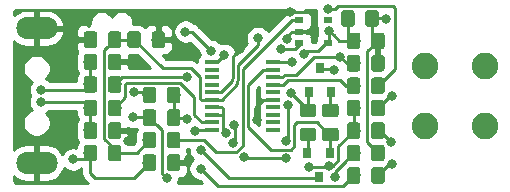
<source format=gbr>
G04 #@! TF.GenerationSoftware,KiCad,Pcbnew,(5.1.4)-1*
G04 #@! TF.CreationDate,2020-10-17T14:20:49+02:00*
G04 #@! TF.ProjectId,Long range deauther,4c6f6e67-2072-4616-9e67-652064656175,rev?*
G04 #@! TF.SameCoordinates,Original*
G04 #@! TF.FileFunction,Copper,L2,Bot*
G04 #@! TF.FilePolarity,Positive*
%FSLAX46Y46*%
G04 Gerber Fmt 4.6, Leading zero omitted, Abs format (unit mm)*
G04 Created by KiCad (PCBNEW (5.1.4)-1) date 2020-10-17 14:20:49*
%MOMM*%
%LPD*%
G04 APERTURE LIST*
%ADD10R,0.800000X0.550000*%
%ADD11C,2.250000*%
%ADD12C,0.100000*%
%ADD13C,1.150000*%
%ADD14R,0.800000X0.900000*%
%ADD15R,1.200000X0.400000*%
%ADD16O,3.500000X1.900000*%
%ADD17C,0.800000*%
%ADD18C,0.250000*%
%ADD19C,0.254000*%
G04 APERTURE END LIST*
D10*
X153240000Y-78470000D03*
X150840000Y-78470000D03*
X150840000Y-77520000D03*
X150840000Y-76570000D03*
X153240000Y-76570000D03*
D11*
X161454000Y-80474000D03*
X166534000Y-80474000D03*
X161454000Y-85554000D03*
X166534000Y-85554000D03*
D12*
G36*
X138494505Y-87911204D02*
G01*
X138518773Y-87914804D01*
X138542572Y-87920765D01*
X138565671Y-87929030D01*
X138587850Y-87939520D01*
X138608893Y-87952132D01*
X138628599Y-87966747D01*
X138646777Y-87983223D01*
X138663253Y-88001401D01*
X138677868Y-88021107D01*
X138690480Y-88042150D01*
X138700970Y-88064329D01*
X138709235Y-88087428D01*
X138715196Y-88111227D01*
X138718796Y-88135495D01*
X138720000Y-88159999D01*
X138720000Y-89060001D01*
X138718796Y-89084505D01*
X138715196Y-89108773D01*
X138709235Y-89132572D01*
X138700970Y-89155671D01*
X138690480Y-89177850D01*
X138677868Y-89198893D01*
X138663253Y-89218599D01*
X138646777Y-89236777D01*
X138628599Y-89253253D01*
X138608893Y-89267868D01*
X138587850Y-89280480D01*
X138565671Y-89290970D01*
X138542572Y-89299235D01*
X138518773Y-89305196D01*
X138494505Y-89308796D01*
X138470001Y-89310000D01*
X137819999Y-89310000D01*
X137795495Y-89308796D01*
X137771227Y-89305196D01*
X137747428Y-89299235D01*
X137724329Y-89290970D01*
X137702150Y-89280480D01*
X137681107Y-89267868D01*
X137661401Y-89253253D01*
X137643223Y-89236777D01*
X137626747Y-89218599D01*
X137612132Y-89198893D01*
X137599520Y-89177850D01*
X137589030Y-89155671D01*
X137580765Y-89132572D01*
X137574804Y-89108773D01*
X137571204Y-89084505D01*
X137570000Y-89060001D01*
X137570000Y-88159999D01*
X137571204Y-88135495D01*
X137574804Y-88111227D01*
X137580765Y-88087428D01*
X137589030Y-88064329D01*
X137599520Y-88042150D01*
X137612132Y-88021107D01*
X137626747Y-88001401D01*
X137643223Y-87983223D01*
X137661401Y-87966747D01*
X137681107Y-87952132D01*
X137702150Y-87939520D01*
X137724329Y-87929030D01*
X137747428Y-87920765D01*
X137771227Y-87914804D01*
X137795495Y-87911204D01*
X137819999Y-87910000D01*
X138470001Y-87910000D01*
X138494505Y-87911204D01*
X138494505Y-87911204D01*
G37*
D13*
X138145000Y-88610000D03*
D12*
G36*
X140544505Y-87911204D02*
G01*
X140568773Y-87914804D01*
X140592572Y-87920765D01*
X140615671Y-87929030D01*
X140637850Y-87939520D01*
X140658893Y-87952132D01*
X140678599Y-87966747D01*
X140696777Y-87983223D01*
X140713253Y-88001401D01*
X140727868Y-88021107D01*
X140740480Y-88042150D01*
X140750970Y-88064329D01*
X140759235Y-88087428D01*
X140765196Y-88111227D01*
X140768796Y-88135495D01*
X140770000Y-88159999D01*
X140770000Y-89060001D01*
X140768796Y-89084505D01*
X140765196Y-89108773D01*
X140759235Y-89132572D01*
X140750970Y-89155671D01*
X140740480Y-89177850D01*
X140727868Y-89198893D01*
X140713253Y-89218599D01*
X140696777Y-89236777D01*
X140678599Y-89253253D01*
X140658893Y-89267868D01*
X140637850Y-89280480D01*
X140615671Y-89290970D01*
X140592572Y-89299235D01*
X140568773Y-89305196D01*
X140544505Y-89308796D01*
X140520001Y-89310000D01*
X139869999Y-89310000D01*
X139845495Y-89308796D01*
X139821227Y-89305196D01*
X139797428Y-89299235D01*
X139774329Y-89290970D01*
X139752150Y-89280480D01*
X139731107Y-89267868D01*
X139711401Y-89253253D01*
X139693223Y-89236777D01*
X139676747Y-89218599D01*
X139662132Y-89198893D01*
X139649520Y-89177850D01*
X139639030Y-89155671D01*
X139630765Y-89132572D01*
X139624804Y-89108773D01*
X139621204Y-89084505D01*
X139620000Y-89060001D01*
X139620000Y-88159999D01*
X139621204Y-88135495D01*
X139624804Y-88111227D01*
X139630765Y-88087428D01*
X139639030Y-88064329D01*
X139649520Y-88042150D01*
X139662132Y-88021107D01*
X139676747Y-88001401D01*
X139693223Y-87983223D01*
X139711401Y-87966747D01*
X139731107Y-87952132D01*
X139752150Y-87939520D01*
X139774329Y-87929030D01*
X139797428Y-87920765D01*
X139821227Y-87914804D01*
X139845495Y-87911204D01*
X139869999Y-87910000D01*
X140520001Y-87910000D01*
X140544505Y-87911204D01*
X140544505Y-87911204D01*
G37*
D13*
X140195000Y-88610000D03*
D12*
G36*
X133494505Y-85201204D02*
G01*
X133518773Y-85204804D01*
X133542572Y-85210765D01*
X133565671Y-85219030D01*
X133587850Y-85229520D01*
X133608893Y-85242132D01*
X133628599Y-85256747D01*
X133646777Y-85273223D01*
X133663253Y-85291401D01*
X133677868Y-85311107D01*
X133690480Y-85332150D01*
X133700970Y-85354329D01*
X133709235Y-85377428D01*
X133715196Y-85401227D01*
X133718796Y-85425495D01*
X133720000Y-85449999D01*
X133720000Y-86350001D01*
X133718796Y-86374505D01*
X133715196Y-86398773D01*
X133709235Y-86422572D01*
X133700970Y-86445671D01*
X133690480Y-86467850D01*
X133677868Y-86488893D01*
X133663253Y-86508599D01*
X133646777Y-86526777D01*
X133628599Y-86543253D01*
X133608893Y-86557868D01*
X133587850Y-86570480D01*
X133565671Y-86580970D01*
X133542572Y-86589235D01*
X133518773Y-86595196D01*
X133494505Y-86598796D01*
X133470001Y-86600000D01*
X132819999Y-86600000D01*
X132795495Y-86598796D01*
X132771227Y-86595196D01*
X132747428Y-86589235D01*
X132724329Y-86580970D01*
X132702150Y-86570480D01*
X132681107Y-86557868D01*
X132661401Y-86543253D01*
X132643223Y-86526777D01*
X132626747Y-86508599D01*
X132612132Y-86488893D01*
X132599520Y-86467850D01*
X132589030Y-86445671D01*
X132580765Y-86422572D01*
X132574804Y-86398773D01*
X132571204Y-86374505D01*
X132570000Y-86350001D01*
X132570000Y-85449999D01*
X132571204Y-85425495D01*
X132574804Y-85401227D01*
X132580765Y-85377428D01*
X132589030Y-85354329D01*
X132599520Y-85332150D01*
X132612132Y-85311107D01*
X132626747Y-85291401D01*
X132643223Y-85273223D01*
X132661401Y-85256747D01*
X132681107Y-85242132D01*
X132702150Y-85229520D01*
X132724329Y-85219030D01*
X132747428Y-85210765D01*
X132771227Y-85204804D01*
X132795495Y-85201204D01*
X132819999Y-85200000D01*
X133470001Y-85200000D01*
X133494505Y-85201204D01*
X133494505Y-85201204D01*
G37*
D13*
X133145000Y-85900000D03*
D12*
G36*
X135544505Y-85201204D02*
G01*
X135568773Y-85204804D01*
X135592572Y-85210765D01*
X135615671Y-85219030D01*
X135637850Y-85229520D01*
X135658893Y-85242132D01*
X135678599Y-85256747D01*
X135696777Y-85273223D01*
X135713253Y-85291401D01*
X135727868Y-85311107D01*
X135740480Y-85332150D01*
X135750970Y-85354329D01*
X135759235Y-85377428D01*
X135765196Y-85401227D01*
X135768796Y-85425495D01*
X135770000Y-85449999D01*
X135770000Y-86350001D01*
X135768796Y-86374505D01*
X135765196Y-86398773D01*
X135759235Y-86422572D01*
X135750970Y-86445671D01*
X135740480Y-86467850D01*
X135727868Y-86488893D01*
X135713253Y-86508599D01*
X135696777Y-86526777D01*
X135678599Y-86543253D01*
X135658893Y-86557868D01*
X135637850Y-86570480D01*
X135615671Y-86580970D01*
X135592572Y-86589235D01*
X135568773Y-86595196D01*
X135544505Y-86598796D01*
X135520001Y-86600000D01*
X134869999Y-86600000D01*
X134845495Y-86598796D01*
X134821227Y-86595196D01*
X134797428Y-86589235D01*
X134774329Y-86580970D01*
X134752150Y-86570480D01*
X134731107Y-86557868D01*
X134711401Y-86543253D01*
X134693223Y-86526777D01*
X134676747Y-86508599D01*
X134662132Y-86488893D01*
X134649520Y-86467850D01*
X134639030Y-86445671D01*
X134630765Y-86422572D01*
X134624804Y-86398773D01*
X134621204Y-86374505D01*
X134620000Y-86350001D01*
X134620000Y-85449999D01*
X134621204Y-85425495D01*
X134624804Y-85401227D01*
X134630765Y-85377428D01*
X134639030Y-85354329D01*
X134649520Y-85332150D01*
X134662132Y-85311107D01*
X134676747Y-85291401D01*
X134693223Y-85273223D01*
X134711401Y-85256747D01*
X134731107Y-85242132D01*
X134752150Y-85229520D01*
X134774329Y-85219030D01*
X134797428Y-85210765D01*
X134821227Y-85204804D01*
X134845495Y-85201204D01*
X134869999Y-85200000D01*
X135520001Y-85200000D01*
X135544505Y-85201204D01*
X135544505Y-85201204D01*
G37*
D13*
X135195000Y-85900000D03*
D12*
G36*
X133494505Y-79401204D02*
G01*
X133518773Y-79404804D01*
X133542572Y-79410765D01*
X133565671Y-79419030D01*
X133587850Y-79429520D01*
X133608893Y-79442132D01*
X133628599Y-79456747D01*
X133646777Y-79473223D01*
X133663253Y-79491401D01*
X133677868Y-79511107D01*
X133690480Y-79532150D01*
X133700970Y-79554329D01*
X133709235Y-79577428D01*
X133715196Y-79601227D01*
X133718796Y-79625495D01*
X133720000Y-79649999D01*
X133720000Y-80550001D01*
X133718796Y-80574505D01*
X133715196Y-80598773D01*
X133709235Y-80622572D01*
X133700970Y-80645671D01*
X133690480Y-80667850D01*
X133677868Y-80688893D01*
X133663253Y-80708599D01*
X133646777Y-80726777D01*
X133628599Y-80743253D01*
X133608893Y-80757868D01*
X133587850Y-80770480D01*
X133565671Y-80780970D01*
X133542572Y-80789235D01*
X133518773Y-80795196D01*
X133494505Y-80798796D01*
X133470001Y-80800000D01*
X132819999Y-80800000D01*
X132795495Y-80798796D01*
X132771227Y-80795196D01*
X132747428Y-80789235D01*
X132724329Y-80780970D01*
X132702150Y-80770480D01*
X132681107Y-80757868D01*
X132661401Y-80743253D01*
X132643223Y-80726777D01*
X132626747Y-80708599D01*
X132612132Y-80688893D01*
X132599520Y-80667850D01*
X132589030Y-80645671D01*
X132580765Y-80622572D01*
X132574804Y-80598773D01*
X132571204Y-80574505D01*
X132570000Y-80550001D01*
X132570000Y-79649999D01*
X132571204Y-79625495D01*
X132574804Y-79601227D01*
X132580765Y-79577428D01*
X132589030Y-79554329D01*
X132599520Y-79532150D01*
X132612132Y-79511107D01*
X132626747Y-79491401D01*
X132643223Y-79473223D01*
X132661401Y-79456747D01*
X132681107Y-79442132D01*
X132702150Y-79429520D01*
X132724329Y-79419030D01*
X132747428Y-79410765D01*
X132771227Y-79404804D01*
X132795495Y-79401204D01*
X132819999Y-79400000D01*
X133470001Y-79400000D01*
X133494505Y-79401204D01*
X133494505Y-79401204D01*
G37*
D13*
X133145000Y-80100000D03*
D12*
G36*
X135544505Y-79401204D02*
G01*
X135568773Y-79404804D01*
X135592572Y-79410765D01*
X135615671Y-79419030D01*
X135637850Y-79429520D01*
X135658893Y-79442132D01*
X135678599Y-79456747D01*
X135696777Y-79473223D01*
X135713253Y-79491401D01*
X135727868Y-79511107D01*
X135740480Y-79532150D01*
X135750970Y-79554329D01*
X135759235Y-79577428D01*
X135765196Y-79601227D01*
X135768796Y-79625495D01*
X135770000Y-79649999D01*
X135770000Y-80550001D01*
X135768796Y-80574505D01*
X135765196Y-80598773D01*
X135759235Y-80622572D01*
X135750970Y-80645671D01*
X135740480Y-80667850D01*
X135727868Y-80688893D01*
X135713253Y-80708599D01*
X135696777Y-80726777D01*
X135678599Y-80743253D01*
X135658893Y-80757868D01*
X135637850Y-80770480D01*
X135615671Y-80780970D01*
X135592572Y-80789235D01*
X135568773Y-80795196D01*
X135544505Y-80798796D01*
X135520001Y-80800000D01*
X134869999Y-80800000D01*
X134845495Y-80798796D01*
X134821227Y-80795196D01*
X134797428Y-80789235D01*
X134774329Y-80780970D01*
X134752150Y-80770480D01*
X134731107Y-80757868D01*
X134711401Y-80743253D01*
X134693223Y-80726777D01*
X134676747Y-80708599D01*
X134662132Y-80688893D01*
X134649520Y-80667850D01*
X134639030Y-80645671D01*
X134630765Y-80622572D01*
X134624804Y-80598773D01*
X134621204Y-80574505D01*
X134620000Y-80550001D01*
X134620000Y-79649999D01*
X134621204Y-79625495D01*
X134624804Y-79601227D01*
X134630765Y-79577428D01*
X134639030Y-79554329D01*
X134649520Y-79532150D01*
X134662132Y-79511107D01*
X134676747Y-79491401D01*
X134693223Y-79473223D01*
X134711401Y-79456747D01*
X134731107Y-79442132D01*
X134752150Y-79429520D01*
X134774329Y-79419030D01*
X134797428Y-79410765D01*
X134821227Y-79404804D01*
X134845495Y-79401204D01*
X134869999Y-79400000D01*
X135520001Y-79400000D01*
X135544505Y-79401204D01*
X135544505Y-79401204D01*
G37*
D13*
X135195000Y-80100000D03*
D12*
G36*
X139244505Y-77501204D02*
G01*
X139268773Y-77504804D01*
X139292572Y-77510765D01*
X139315671Y-77519030D01*
X139337850Y-77529520D01*
X139358893Y-77542132D01*
X139378599Y-77556747D01*
X139396777Y-77573223D01*
X139413253Y-77591401D01*
X139427868Y-77611107D01*
X139440480Y-77632150D01*
X139450970Y-77654329D01*
X139459235Y-77677428D01*
X139465196Y-77701227D01*
X139468796Y-77725495D01*
X139470000Y-77749999D01*
X139470000Y-78650001D01*
X139468796Y-78674505D01*
X139465196Y-78698773D01*
X139459235Y-78722572D01*
X139450970Y-78745671D01*
X139440480Y-78767850D01*
X139427868Y-78788893D01*
X139413253Y-78808599D01*
X139396777Y-78826777D01*
X139378599Y-78843253D01*
X139358893Y-78857868D01*
X139337850Y-78870480D01*
X139315671Y-78880970D01*
X139292572Y-78889235D01*
X139268773Y-78895196D01*
X139244505Y-78898796D01*
X139220001Y-78900000D01*
X138569999Y-78900000D01*
X138545495Y-78898796D01*
X138521227Y-78895196D01*
X138497428Y-78889235D01*
X138474329Y-78880970D01*
X138452150Y-78870480D01*
X138431107Y-78857868D01*
X138411401Y-78843253D01*
X138393223Y-78826777D01*
X138376747Y-78808599D01*
X138362132Y-78788893D01*
X138349520Y-78767850D01*
X138339030Y-78745671D01*
X138330765Y-78722572D01*
X138324804Y-78698773D01*
X138321204Y-78674505D01*
X138320000Y-78650001D01*
X138320000Y-77749999D01*
X138321204Y-77725495D01*
X138324804Y-77701227D01*
X138330765Y-77677428D01*
X138339030Y-77654329D01*
X138349520Y-77632150D01*
X138362132Y-77611107D01*
X138376747Y-77591401D01*
X138393223Y-77573223D01*
X138411401Y-77556747D01*
X138431107Y-77542132D01*
X138452150Y-77529520D01*
X138474329Y-77519030D01*
X138497428Y-77510765D01*
X138521227Y-77504804D01*
X138545495Y-77501204D01*
X138569999Y-77500000D01*
X139220001Y-77500000D01*
X139244505Y-77501204D01*
X139244505Y-77501204D01*
G37*
D13*
X138895000Y-78200000D03*
D12*
G36*
X137194505Y-77501204D02*
G01*
X137218773Y-77504804D01*
X137242572Y-77510765D01*
X137265671Y-77519030D01*
X137287850Y-77529520D01*
X137308893Y-77542132D01*
X137328599Y-77556747D01*
X137346777Y-77573223D01*
X137363253Y-77591401D01*
X137377868Y-77611107D01*
X137390480Y-77632150D01*
X137400970Y-77654329D01*
X137409235Y-77677428D01*
X137415196Y-77701227D01*
X137418796Y-77725495D01*
X137420000Y-77749999D01*
X137420000Y-78650001D01*
X137418796Y-78674505D01*
X137415196Y-78698773D01*
X137409235Y-78722572D01*
X137400970Y-78745671D01*
X137390480Y-78767850D01*
X137377868Y-78788893D01*
X137363253Y-78808599D01*
X137346777Y-78826777D01*
X137328599Y-78843253D01*
X137308893Y-78857868D01*
X137287850Y-78870480D01*
X137265671Y-78880970D01*
X137242572Y-78889235D01*
X137218773Y-78895196D01*
X137194505Y-78898796D01*
X137170001Y-78900000D01*
X136519999Y-78900000D01*
X136495495Y-78898796D01*
X136471227Y-78895196D01*
X136447428Y-78889235D01*
X136424329Y-78880970D01*
X136402150Y-78870480D01*
X136381107Y-78857868D01*
X136361401Y-78843253D01*
X136343223Y-78826777D01*
X136326747Y-78808599D01*
X136312132Y-78788893D01*
X136299520Y-78767850D01*
X136289030Y-78745671D01*
X136280765Y-78722572D01*
X136274804Y-78698773D01*
X136271204Y-78674505D01*
X136270000Y-78650001D01*
X136270000Y-77749999D01*
X136271204Y-77725495D01*
X136274804Y-77701227D01*
X136280765Y-77677428D01*
X136289030Y-77654329D01*
X136299520Y-77632150D01*
X136312132Y-77611107D01*
X136326747Y-77591401D01*
X136343223Y-77573223D01*
X136361401Y-77556747D01*
X136381107Y-77542132D01*
X136402150Y-77529520D01*
X136424329Y-77519030D01*
X136447428Y-77510765D01*
X136471227Y-77504804D01*
X136495495Y-77501204D01*
X136519999Y-77500000D01*
X137170001Y-77500000D01*
X137194505Y-77501204D01*
X137194505Y-77501204D01*
G37*
D13*
X136845000Y-78200000D03*
D12*
G36*
X140544505Y-86011204D02*
G01*
X140568773Y-86014804D01*
X140592572Y-86020765D01*
X140615671Y-86029030D01*
X140637850Y-86039520D01*
X140658893Y-86052132D01*
X140678599Y-86066747D01*
X140696777Y-86083223D01*
X140713253Y-86101401D01*
X140727868Y-86121107D01*
X140740480Y-86142150D01*
X140750970Y-86164329D01*
X140759235Y-86187428D01*
X140765196Y-86211227D01*
X140768796Y-86235495D01*
X140770000Y-86259999D01*
X140770000Y-87160001D01*
X140768796Y-87184505D01*
X140765196Y-87208773D01*
X140759235Y-87232572D01*
X140750970Y-87255671D01*
X140740480Y-87277850D01*
X140727868Y-87298893D01*
X140713253Y-87318599D01*
X140696777Y-87336777D01*
X140678599Y-87353253D01*
X140658893Y-87367868D01*
X140637850Y-87380480D01*
X140615671Y-87390970D01*
X140592572Y-87399235D01*
X140568773Y-87405196D01*
X140544505Y-87408796D01*
X140520001Y-87410000D01*
X139869999Y-87410000D01*
X139845495Y-87408796D01*
X139821227Y-87405196D01*
X139797428Y-87399235D01*
X139774329Y-87390970D01*
X139752150Y-87380480D01*
X139731107Y-87367868D01*
X139711401Y-87353253D01*
X139693223Y-87336777D01*
X139676747Y-87318599D01*
X139662132Y-87298893D01*
X139649520Y-87277850D01*
X139639030Y-87255671D01*
X139630765Y-87232572D01*
X139624804Y-87208773D01*
X139621204Y-87184505D01*
X139620000Y-87160001D01*
X139620000Y-86259999D01*
X139621204Y-86235495D01*
X139624804Y-86211227D01*
X139630765Y-86187428D01*
X139639030Y-86164329D01*
X139649520Y-86142150D01*
X139662132Y-86121107D01*
X139676747Y-86101401D01*
X139693223Y-86083223D01*
X139711401Y-86066747D01*
X139731107Y-86052132D01*
X139752150Y-86039520D01*
X139774329Y-86029030D01*
X139797428Y-86020765D01*
X139821227Y-86014804D01*
X139845495Y-86011204D01*
X139869999Y-86010000D01*
X140520001Y-86010000D01*
X140544505Y-86011204D01*
X140544505Y-86011204D01*
G37*
D13*
X140195000Y-86710000D03*
D12*
G36*
X138494505Y-86011204D02*
G01*
X138518773Y-86014804D01*
X138542572Y-86020765D01*
X138565671Y-86029030D01*
X138587850Y-86039520D01*
X138608893Y-86052132D01*
X138628599Y-86066747D01*
X138646777Y-86083223D01*
X138663253Y-86101401D01*
X138677868Y-86121107D01*
X138690480Y-86142150D01*
X138700970Y-86164329D01*
X138709235Y-86187428D01*
X138715196Y-86211227D01*
X138718796Y-86235495D01*
X138720000Y-86259999D01*
X138720000Y-87160001D01*
X138718796Y-87184505D01*
X138715196Y-87208773D01*
X138709235Y-87232572D01*
X138700970Y-87255671D01*
X138690480Y-87277850D01*
X138677868Y-87298893D01*
X138663253Y-87318599D01*
X138646777Y-87336777D01*
X138628599Y-87353253D01*
X138608893Y-87367868D01*
X138587850Y-87380480D01*
X138565671Y-87390970D01*
X138542572Y-87399235D01*
X138518773Y-87405196D01*
X138494505Y-87408796D01*
X138470001Y-87410000D01*
X137819999Y-87410000D01*
X137795495Y-87408796D01*
X137771227Y-87405196D01*
X137747428Y-87399235D01*
X137724329Y-87390970D01*
X137702150Y-87380480D01*
X137681107Y-87367868D01*
X137661401Y-87353253D01*
X137643223Y-87336777D01*
X137626747Y-87318599D01*
X137612132Y-87298893D01*
X137599520Y-87277850D01*
X137589030Y-87255671D01*
X137580765Y-87232572D01*
X137574804Y-87208773D01*
X137571204Y-87184505D01*
X137570000Y-87160001D01*
X137570000Y-86259999D01*
X137571204Y-86235495D01*
X137574804Y-86211227D01*
X137580765Y-86187428D01*
X137589030Y-86164329D01*
X137599520Y-86142150D01*
X137612132Y-86121107D01*
X137626747Y-86101401D01*
X137643223Y-86083223D01*
X137661401Y-86066747D01*
X137681107Y-86052132D01*
X137702150Y-86039520D01*
X137724329Y-86029030D01*
X137747428Y-86020765D01*
X137771227Y-86014804D01*
X137795495Y-86011204D01*
X137819999Y-86010000D01*
X138470001Y-86010000D01*
X138494505Y-86011204D01*
X138494505Y-86011204D01*
G37*
D13*
X138145000Y-86710000D03*
D12*
G36*
X133494505Y-81301204D02*
G01*
X133518773Y-81304804D01*
X133542572Y-81310765D01*
X133565671Y-81319030D01*
X133587850Y-81329520D01*
X133608893Y-81342132D01*
X133628599Y-81356747D01*
X133646777Y-81373223D01*
X133663253Y-81391401D01*
X133677868Y-81411107D01*
X133690480Y-81432150D01*
X133700970Y-81454329D01*
X133709235Y-81477428D01*
X133715196Y-81501227D01*
X133718796Y-81525495D01*
X133720000Y-81549999D01*
X133720000Y-82450001D01*
X133718796Y-82474505D01*
X133715196Y-82498773D01*
X133709235Y-82522572D01*
X133700970Y-82545671D01*
X133690480Y-82567850D01*
X133677868Y-82588893D01*
X133663253Y-82608599D01*
X133646777Y-82626777D01*
X133628599Y-82643253D01*
X133608893Y-82657868D01*
X133587850Y-82670480D01*
X133565671Y-82680970D01*
X133542572Y-82689235D01*
X133518773Y-82695196D01*
X133494505Y-82698796D01*
X133470001Y-82700000D01*
X132819999Y-82700000D01*
X132795495Y-82698796D01*
X132771227Y-82695196D01*
X132747428Y-82689235D01*
X132724329Y-82680970D01*
X132702150Y-82670480D01*
X132681107Y-82657868D01*
X132661401Y-82643253D01*
X132643223Y-82626777D01*
X132626747Y-82608599D01*
X132612132Y-82588893D01*
X132599520Y-82567850D01*
X132589030Y-82545671D01*
X132580765Y-82522572D01*
X132574804Y-82498773D01*
X132571204Y-82474505D01*
X132570000Y-82450001D01*
X132570000Y-81549999D01*
X132571204Y-81525495D01*
X132574804Y-81501227D01*
X132580765Y-81477428D01*
X132589030Y-81454329D01*
X132599520Y-81432150D01*
X132612132Y-81411107D01*
X132626747Y-81391401D01*
X132643223Y-81373223D01*
X132661401Y-81356747D01*
X132681107Y-81342132D01*
X132702150Y-81329520D01*
X132724329Y-81319030D01*
X132747428Y-81310765D01*
X132771227Y-81304804D01*
X132795495Y-81301204D01*
X132819999Y-81300000D01*
X133470001Y-81300000D01*
X133494505Y-81301204D01*
X133494505Y-81301204D01*
G37*
D13*
X133145000Y-82000000D03*
D12*
G36*
X135544505Y-81301204D02*
G01*
X135568773Y-81304804D01*
X135592572Y-81310765D01*
X135615671Y-81319030D01*
X135637850Y-81329520D01*
X135658893Y-81342132D01*
X135678599Y-81356747D01*
X135696777Y-81373223D01*
X135713253Y-81391401D01*
X135727868Y-81411107D01*
X135740480Y-81432150D01*
X135750970Y-81454329D01*
X135759235Y-81477428D01*
X135765196Y-81501227D01*
X135768796Y-81525495D01*
X135770000Y-81549999D01*
X135770000Y-82450001D01*
X135768796Y-82474505D01*
X135765196Y-82498773D01*
X135759235Y-82522572D01*
X135750970Y-82545671D01*
X135740480Y-82567850D01*
X135727868Y-82588893D01*
X135713253Y-82608599D01*
X135696777Y-82626777D01*
X135678599Y-82643253D01*
X135658893Y-82657868D01*
X135637850Y-82670480D01*
X135615671Y-82680970D01*
X135592572Y-82689235D01*
X135568773Y-82695196D01*
X135544505Y-82698796D01*
X135520001Y-82700000D01*
X134869999Y-82700000D01*
X134845495Y-82698796D01*
X134821227Y-82695196D01*
X134797428Y-82689235D01*
X134774329Y-82680970D01*
X134752150Y-82670480D01*
X134731107Y-82657868D01*
X134711401Y-82643253D01*
X134693223Y-82626777D01*
X134676747Y-82608599D01*
X134662132Y-82588893D01*
X134649520Y-82567850D01*
X134639030Y-82545671D01*
X134630765Y-82522572D01*
X134624804Y-82498773D01*
X134621204Y-82474505D01*
X134620000Y-82450001D01*
X134620000Y-81549999D01*
X134621204Y-81525495D01*
X134624804Y-81501227D01*
X134630765Y-81477428D01*
X134639030Y-81454329D01*
X134649520Y-81432150D01*
X134662132Y-81411107D01*
X134676747Y-81391401D01*
X134693223Y-81373223D01*
X134711401Y-81356747D01*
X134731107Y-81342132D01*
X134752150Y-81329520D01*
X134774329Y-81319030D01*
X134797428Y-81310765D01*
X134821227Y-81304804D01*
X134845495Y-81301204D01*
X134869999Y-81300000D01*
X135520001Y-81300000D01*
X135544505Y-81301204D01*
X135544505Y-81301204D01*
G37*
D13*
X135195000Y-82000000D03*
D12*
G36*
X133494505Y-83301204D02*
G01*
X133518773Y-83304804D01*
X133542572Y-83310765D01*
X133565671Y-83319030D01*
X133587850Y-83329520D01*
X133608893Y-83342132D01*
X133628599Y-83356747D01*
X133646777Y-83373223D01*
X133663253Y-83391401D01*
X133677868Y-83411107D01*
X133690480Y-83432150D01*
X133700970Y-83454329D01*
X133709235Y-83477428D01*
X133715196Y-83501227D01*
X133718796Y-83525495D01*
X133720000Y-83549999D01*
X133720000Y-84450001D01*
X133718796Y-84474505D01*
X133715196Y-84498773D01*
X133709235Y-84522572D01*
X133700970Y-84545671D01*
X133690480Y-84567850D01*
X133677868Y-84588893D01*
X133663253Y-84608599D01*
X133646777Y-84626777D01*
X133628599Y-84643253D01*
X133608893Y-84657868D01*
X133587850Y-84670480D01*
X133565671Y-84680970D01*
X133542572Y-84689235D01*
X133518773Y-84695196D01*
X133494505Y-84698796D01*
X133470001Y-84700000D01*
X132819999Y-84700000D01*
X132795495Y-84698796D01*
X132771227Y-84695196D01*
X132747428Y-84689235D01*
X132724329Y-84680970D01*
X132702150Y-84670480D01*
X132681107Y-84657868D01*
X132661401Y-84643253D01*
X132643223Y-84626777D01*
X132626747Y-84608599D01*
X132612132Y-84588893D01*
X132599520Y-84567850D01*
X132589030Y-84545671D01*
X132580765Y-84522572D01*
X132574804Y-84498773D01*
X132571204Y-84474505D01*
X132570000Y-84450001D01*
X132570000Y-83549999D01*
X132571204Y-83525495D01*
X132574804Y-83501227D01*
X132580765Y-83477428D01*
X132589030Y-83454329D01*
X132599520Y-83432150D01*
X132612132Y-83411107D01*
X132626747Y-83391401D01*
X132643223Y-83373223D01*
X132661401Y-83356747D01*
X132681107Y-83342132D01*
X132702150Y-83329520D01*
X132724329Y-83319030D01*
X132747428Y-83310765D01*
X132771227Y-83304804D01*
X132795495Y-83301204D01*
X132819999Y-83300000D01*
X133470001Y-83300000D01*
X133494505Y-83301204D01*
X133494505Y-83301204D01*
G37*
D13*
X133145000Y-84000000D03*
D12*
G36*
X135544505Y-83301204D02*
G01*
X135568773Y-83304804D01*
X135592572Y-83310765D01*
X135615671Y-83319030D01*
X135637850Y-83329520D01*
X135658893Y-83342132D01*
X135678599Y-83356747D01*
X135696777Y-83373223D01*
X135713253Y-83391401D01*
X135727868Y-83411107D01*
X135740480Y-83432150D01*
X135750970Y-83454329D01*
X135759235Y-83477428D01*
X135765196Y-83501227D01*
X135768796Y-83525495D01*
X135770000Y-83549999D01*
X135770000Y-84450001D01*
X135768796Y-84474505D01*
X135765196Y-84498773D01*
X135759235Y-84522572D01*
X135750970Y-84545671D01*
X135740480Y-84567850D01*
X135727868Y-84588893D01*
X135713253Y-84608599D01*
X135696777Y-84626777D01*
X135678599Y-84643253D01*
X135658893Y-84657868D01*
X135637850Y-84670480D01*
X135615671Y-84680970D01*
X135592572Y-84689235D01*
X135568773Y-84695196D01*
X135544505Y-84698796D01*
X135520001Y-84700000D01*
X134869999Y-84700000D01*
X134845495Y-84698796D01*
X134821227Y-84695196D01*
X134797428Y-84689235D01*
X134774329Y-84680970D01*
X134752150Y-84670480D01*
X134731107Y-84657868D01*
X134711401Y-84643253D01*
X134693223Y-84626777D01*
X134676747Y-84608599D01*
X134662132Y-84588893D01*
X134649520Y-84567850D01*
X134639030Y-84545671D01*
X134630765Y-84522572D01*
X134624804Y-84498773D01*
X134621204Y-84474505D01*
X134620000Y-84450001D01*
X134620000Y-83549999D01*
X134621204Y-83525495D01*
X134624804Y-83501227D01*
X134630765Y-83477428D01*
X134639030Y-83454329D01*
X134649520Y-83432150D01*
X134662132Y-83411107D01*
X134676747Y-83391401D01*
X134693223Y-83373223D01*
X134711401Y-83356747D01*
X134731107Y-83342132D01*
X134752150Y-83329520D01*
X134774329Y-83319030D01*
X134797428Y-83310765D01*
X134821227Y-83304804D01*
X134845495Y-83301204D01*
X134869999Y-83300000D01*
X135520001Y-83300000D01*
X135544505Y-83301204D01*
X135544505Y-83301204D01*
G37*
D13*
X135195000Y-84000000D03*
D12*
G36*
X152034505Y-85671204D02*
G01*
X152058773Y-85674804D01*
X152082572Y-85680765D01*
X152105671Y-85689030D01*
X152127850Y-85699520D01*
X152148893Y-85712132D01*
X152168599Y-85726747D01*
X152186777Y-85743223D01*
X152203253Y-85761401D01*
X152217868Y-85781107D01*
X152230480Y-85802150D01*
X152240970Y-85824329D01*
X152249235Y-85847428D01*
X152255196Y-85871227D01*
X152258796Y-85895495D01*
X152260000Y-85919999D01*
X152260000Y-86570001D01*
X152258796Y-86594505D01*
X152255196Y-86618773D01*
X152249235Y-86642572D01*
X152240970Y-86665671D01*
X152230480Y-86687850D01*
X152217868Y-86708893D01*
X152203253Y-86728599D01*
X152186777Y-86746777D01*
X152168599Y-86763253D01*
X152148893Y-86777868D01*
X152127850Y-86790480D01*
X152105671Y-86800970D01*
X152082572Y-86809235D01*
X152058773Y-86815196D01*
X152034505Y-86818796D01*
X152010001Y-86820000D01*
X151109999Y-86820000D01*
X151085495Y-86818796D01*
X151061227Y-86815196D01*
X151037428Y-86809235D01*
X151014329Y-86800970D01*
X150992150Y-86790480D01*
X150971107Y-86777868D01*
X150951401Y-86763253D01*
X150933223Y-86746777D01*
X150916747Y-86728599D01*
X150902132Y-86708893D01*
X150889520Y-86687850D01*
X150879030Y-86665671D01*
X150870765Y-86642572D01*
X150864804Y-86618773D01*
X150861204Y-86594505D01*
X150860000Y-86570001D01*
X150860000Y-85919999D01*
X150861204Y-85895495D01*
X150864804Y-85871227D01*
X150870765Y-85847428D01*
X150879030Y-85824329D01*
X150889520Y-85802150D01*
X150902132Y-85781107D01*
X150916747Y-85761401D01*
X150933223Y-85743223D01*
X150951401Y-85726747D01*
X150971107Y-85712132D01*
X150992150Y-85699520D01*
X151014329Y-85689030D01*
X151037428Y-85680765D01*
X151061227Y-85674804D01*
X151085495Y-85671204D01*
X151109999Y-85670000D01*
X152010001Y-85670000D01*
X152034505Y-85671204D01*
X152034505Y-85671204D01*
G37*
D13*
X151560000Y-86245000D03*
D12*
G36*
X152034505Y-83621204D02*
G01*
X152058773Y-83624804D01*
X152082572Y-83630765D01*
X152105671Y-83639030D01*
X152127850Y-83649520D01*
X152148893Y-83662132D01*
X152168599Y-83676747D01*
X152186777Y-83693223D01*
X152203253Y-83711401D01*
X152217868Y-83731107D01*
X152230480Y-83752150D01*
X152240970Y-83774329D01*
X152249235Y-83797428D01*
X152255196Y-83821227D01*
X152258796Y-83845495D01*
X152260000Y-83869999D01*
X152260000Y-84520001D01*
X152258796Y-84544505D01*
X152255196Y-84568773D01*
X152249235Y-84592572D01*
X152240970Y-84615671D01*
X152230480Y-84637850D01*
X152217868Y-84658893D01*
X152203253Y-84678599D01*
X152186777Y-84696777D01*
X152168599Y-84713253D01*
X152148893Y-84727868D01*
X152127850Y-84740480D01*
X152105671Y-84750970D01*
X152082572Y-84759235D01*
X152058773Y-84765196D01*
X152034505Y-84768796D01*
X152010001Y-84770000D01*
X151109999Y-84770000D01*
X151085495Y-84768796D01*
X151061227Y-84765196D01*
X151037428Y-84759235D01*
X151014329Y-84750970D01*
X150992150Y-84740480D01*
X150971107Y-84727868D01*
X150951401Y-84713253D01*
X150933223Y-84696777D01*
X150916747Y-84678599D01*
X150902132Y-84658893D01*
X150889520Y-84637850D01*
X150879030Y-84615671D01*
X150870765Y-84592572D01*
X150864804Y-84568773D01*
X150861204Y-84544505D01*
X150860000Y-84520001D01*
X150860000Y-83869999D01*
X150861204Y-83845495D01*
X150864804Y-83821227D01*
X150870765Y-83797428D01*
X150879030Y-83774329D01*
X150889520Y-83752150D01*
X150902132Y-83731107D01*
X150916747Y-83711401D01*
X150933223Y-83693223D01*
X150951401Y-83676747D01*
X150971107Y-83662132D01*
X150992150Y-83649520D01*
X151014329Y-83639030D01*
X151037428Y-83630765D01*
X151061227Y-83624804D01*
X151085495Y-83621204D01*
X151109999Y-83620000D01*
X152010001Y-83620000D01*
X152034505Y-83621204D01*
X152034505Y-83621204D01*
G37*
D13*
X151560000Y-84195000D03*
D12*
G36*
X153934505Y-85671204D02*
G01*
X153958773Y-85674804D01*
X153982572Y-85680765D01*
X154005671Y-85689030D01*
X154027850Y-85699520D01*
X154048893Y-85712132D01*
X154068599Y-85726747D01*
X154086777Y-85743223D01*
X154103253Y-85761401D01*
X154117868Y-85781107D01*
X154130480Y-85802150D01*
X154140970Y-85824329D01*
X154149235Y-85847428D01*
X154155196Y-85871227D01*
X154158796Y-85895495D01*
X154160000Y-85919999D01*
X154160000Y-86570001D01*
X154158796Y-86594505D01*
X154155196Y-86618773D01*
X154149235Y-86642572D01*
X154140970Y-86665671D01*
X154130480Y-86687850D01*
X154117868Y-86708893D01*
X154103253Y-86728599D01*
X154086777Y-86746777D01*
X154068599Y-86763253D01*
X154048893Y-86777868D01*
X154027850Y-86790480D01*
X154005671Y-86800970D01*
X153982572Y-86809235D01*
X153958773Y-86815196D01*
X153934505Y-86818796D01*
X153910001Y-86820000D01*
X153009999Y-86820000D01*
X152985495Y-86818796D01*
X152961227Y-86815196D01*
X152937428Y-86809235D01*
X152914329Y-86800970D01*
X152892150Y-86790480D01*
X152871107Y-86777868D01*
X152851401Y-86763253D01*
X152833223Y-86746777D01*
X152816747Y-86728599D01*
X152802132Y-86708893D01*
X152789520Y-86687850D01*
X152779030Y-86665671D01*
X152770765Y-86642572D01*
X152764804Y-86618773D01*
X152761204Y-86594505D01*
X152760000Y-86570001D01*
X152760000Y-85919999D01*
X152761204Y-85895495D01*
X152764804Y-85871227D01*
X152770765Y-85847428D01*
X152779030Y-85824329D01*
X152789520Y-85802150D01*
X152802132Y-85781107D01*
X152816747Y-85761401D01*
X152833223Y-85743223D01*
X152851401Y-85726747D01*
X152871107Y-85712132D01*
X152892150Y-85699520D01*
X152914329Y-85689030D01*
X152937428Y-85680765D01*
X152961227Y-85674804D01*
X152985495Y-85671204D01*
X153009999Y-85670000D01*
X153910001Y-85670000D01*
X153934505Y-85671204D01*
X153934505Y-85671204D01*
G37*
D13*
X153460000Y-86245000D03*
D12*
G36*
X153934505Y-83621204D02*
G01*
X153958773Y-83624804D01*
X153982572Y-83630765D01*
X154005671Y-83639030D01*
X154027850Y-83649520D01*
X154048893Y-83662132D01*
X154068599Y-83676747D01*
X154086777Y-83693223D01*
X154103253Y-83711401D01*
X154117868Y-83731107D01*
X154130480Y-83752150D01*
X154140970Y-83774329D01*
X154149235Y-83797428D01*
X154155196Y-83821227D01*
X154158796Y-83845495D01*
X154160000Y-83869999D01*
X154160000Y-84520001D01*
X154158796Y-84544505D01*
X154155196Y-84568773D01*
X154149235Y-84592572D01*
X154140970Y-84615671D01*
X154130480Y-84637850D01*
X154117868Y-84658893D01*
X154103253Y-84678599D01*
X154086777Y-84696777D01*
X154068599Y-84713253D01*
X154048893Y-84727868D01*
X154027850Y-84740480D01*
X154005671Y-84750970D01*
X153982572Y-84759235D01*
X153958773Y-84765196D01*
X153934505Y-84768796D01*
X153910001Y-84770000D01*
X153009999Y-84770000D01*
X152985495Y-84768796D01*
X152961227Y-84765196D01*
X152937428Y-84759235D01*
X152914329Y-84750970D01*
X152892150Y-84740480D01*
X152871107Y-84727868D01*
X152851401Y-84713253D01*
X152833223Y-84696777D01*
X152816747Y-84678599D01*
X152802132Y-84658893D01*
X152789520Y-84637850D01*
X152779030Y-84615671D01*
X152770765Y-84592572D01*
X152764804Y-84568773D01*
X152761204Y-84544505D01*
X152760000Y-84520001D01*
X152760000Y-83869999D01*
X152761204Y-83845495D01*
X152764804Y-83821227D01*
X152770765Y-83797428D01*
X152779030Y-83774329D01*
X152789520Y-83752150D01*
X152802132Y-83731107D01*
X152816747Y-83711401D01*
X152833223Y-83693223D01*
X152851401Y-83676747D01*
X152871107Y-83662132D01*
X152892150Y-83649520D01*
X152914329Y-83639030D01*
X152937428Y-83630765D01*
X152961227Y-83624804D01*
X152985495Y-83621204D01*
X153009999Y-83620000D01*
X153910001Y-83620000D01*
X153934505Y-83621204D01*
X153934505Y-83621204D01*
G37*
D13*
X153460000Y-84195000D03*
D12*
G36*
X157834505Y-81411204D02*
G01*
X157858773Y-81414804D01*
X157882572Y-81420765D01*
X157905671Y-81429030D01*
X157927850Y-81439520D01*
X157948893Y-81452132D01*
X157968599Y-81466747D01*
X157986777Y-81483223D01*
X158003253Y-81501401D01*
X158017868Y-81521107D01*
X158030480Y-81542150D01*
X158040970Y-81564329D01*
X158049235Y-81587428D01*
X158055196Y-81611227D01*
X158058796Y-81635495D01*
X158060000Y-81659999D01*
X158060000Y-82560001D01*
X158058796Y-82584505D01*
X158055196Y-82608773D01*
X158049235Y-82632572D01*
X158040970Y-82655671D01*
X158030480Y-82677850D01*
X158017868Y-82698893D01*
X158003253Y-82718599D01*
X157986777Y-82736777D01*
X157968599Y-82753253D01*
X157948893Y-82767868D01*
X157927850Y-82780480D01*
X157905671Y-82790970D01*
X157882572Y-82799235D01*
X157858773Y-82805196D01*
X157834505Y-82808796D01*
X157810001Y-82810000D01*
X157159999Y-82810000D01*
X157135495Y-82808796D01*
X157111227Y-82805196D01*
X157087428Y-82799235D01*
X157064329Y-82790970D01*
X157042150Y-82780480D01*
X157021107Y-82767868D01*
X157001401Y-82753253D01*
X156983223Y-82736777D01*
X156966747Y-82718599D01*
X156952132Y-82698893D01*
X156939520Y-82677850D01*
X156929030Y-82655671D01*
X156920765Y-82632572D01*
X156914804Y-82608773D01*
X156911204Y-82584505D01*
X156910000Y-82560001D01*
X156910000Y-81659999D01*
X156911204Y-81635495D01*
X156914804Y-81611227D01*
X156920765Y-81587428D01*
X156929030Y-81564329D01*
X156939520Y-81542150D01*
X156952132Y-81521107D01*
X156966747Y-81501401D01*
X156983223Y-81483223D01*
X157001401Y-81466747D01*
X157021107Y-81452132D01*
X157042150Y-81439520D01*
X157064329Y-81429030D01*
X157087428Y-81420765D01*
X157111227Y-81414804D01*
X157135495Y-81411204D01*
X157159999Y-81410000D01*
X157810001Y-81410000D01*
X157834505Y-81411204D01*
X157834505Y-81411204D01*
G37*
D13*
X157485000Y-82110000D03*
D12*
G36*
X155784505Y-81411204D02*
G01*
X155808773Y-81414804D01*
X155832572Y-81420765D01*
X155855671Y-81429030D01*
X155877850Y-81439520D01*
X155898893Y-81452132D01*
X155918599Y-81466747D01*
X155936777Y-81483223D01*
X155953253Y-81501401D01*
X155967868Y-81521107D01*
X155980480Y-81542150D01*
X155990970Y-81564329D01*
X155999235Y-81587428D01*
X156005196Y-81611227D01*
X156008796Y-81635495D01*
X156010000Y-81659999D01*
X156010000Y-82560001D01*
X156008796Y-82584505D01*
X156005196Y-82608773D01*
X155999235Y-82632572D01*
X155990970Y-82655671D01*
X155980480Y-82677850D01*
X155967868Y-82698893D01*
X155953253Y-82718599D01*
X155936777Y-82736777D01*
X155918599Y-82753253D01*
X155898893Y-82767868D01*
X155877850Y-82780480D01*
X155855671Y-82790970D01*
X155832572Y-82799235D01*
X155808773Y-82805196D01*
X155784505Y-82808796D01*
X155760001Y-82810000D01*
X155109999Y-82810000D01*
X155085495Y-82808796D01*
X155061227Y-82805196D01*
X155037428Y-82799235D01*
X155014329Y-82790970D01*
X154992150Y-82780480D01*
X154971107Y-82767868D01*
X154951401Y-82753253D01*
X154933223Y-82736777D01*
X154916747Y-82718599D01*
X154902132Y-82698893D01*
X154889520Y-82677850D01*
X154879030Y-82655671D01*
X154870765Y-82632572D01*
X154864804Y-82608773D01*
X154861204Y-82584505D01*
X154860000Y-82560001D01*
X154860000Y-81659999D01*
X154861204Y-81635495D01*
X154864804Y-81611227D01*
X154870765Y-81587428D01*
X154879030Y-81564329D01*
X154889520Y-81542150D01*
X154902132Y-81521107D01*
X154916747Y-81501401D01*
X154933223Y-81483223D01*
X154951401Y-81466747D01*
X154971107Y-81452132D01*
X154992150Y-81439520D01*
X155014329Y-81429030D01*
X155037428Y-81420765D01*
X155061227Y-81414804D01*
X155085495Y-81411204D01*
X155109999Y-81410000D01*
X155760001Y-81410000D01*
X155784505Y-81411204D01*
X155784505Y-81411204D01*
G37*
D13*
X155435000Y-82110000D03*
D12*
G36*
X155784505Y-89011204D02*
G01*
X155808773Y-89014804D01*
X155832572Y-89020765D01*
X155855671Y-89029030D01*
X155877850Y-89039520D01*
X155898893Y-89052132D01*
X155918599Y-89066747D01*
X155936777Y-89083223D01*
X155953253Y-89101401D01*
X155967868Y-89121107D01*
X155980480Y-89142150D01*
X155990970Y-89164329D01*
X155999235Y-89187428D01*
X156005196Y-89211227D01*
X156008796Y-89235495D01*
X156010000Y-89259999D01*
X156010000Y-90160001D01*
X156008796Y-90184505D01*
X156005196Y-90208773D01*
X155999235Y-90232572D01*
X155990970Y-90255671D01*
X155980480Y-90277850D01*
X155967868Y-90298893D01*
X155953253Y-90318599D01*
X155936777Y-90336777D01*
X155918599Y-90353253D01*
X155898893Y-90367868D01*
X155877850Y-90380480D01*
X155855671Y-90390970D01*
X155832572Y-90399235D01*
X155808773Y-90405196D01*
X155784505Y-90408796D01*
X155760001Y-90410000D01*
X155109999Y-90410000D01*
X155085495Y-90408796D01*
X155061227Y-90405196D01*
X155037428Y-90399235D01*
X155014329Y-90390970D01*
X154992150Y-90380480D01*
X154971107Y-90367868D01*
X154951401Y-90353253D01*
X154933223Y-90336777D01*
X154916747Y-90318599D01*
X154902132Y-90298893D01*
X154889520Y-90277850D01*
X154879030Y-90255671D01*
X154870765Y-90232572D01*
X154864804Y-90208773D01*
X154861204Y-90184505D01*
X154860000Y-90160001D01*
X154860000Y-89259999D01*
X154861204Y-89235495D01*
X154864804Y-89211227D01*
X154870765Y-89187428D01*
X154879030Y-89164329D01*
X154889520Y-89142150D01*
X154902132Y-89121107D01*
X154916747Y-89101401D01*
X154933223Y-89083223D01*
X154951401Y-89066747D01*
X154971107Y-89052132D01*
X154992150Y-89039520D01*
X155014329Y-89029030D01*
X155037428Y-89020765D01*
X155061227Y-89014804D01*
X155085495Y-89011204D01*
X155109999Y-89010000D01*
X155760001Y-89010000D01*
X155784505Y-89011204D01*
X155784505Y-89011204D01*
G37*
D13*
X155435000Y-89710000D03*
D12*
G36*
X157834505Y-89011204D02*
G01*
X157858773Y-89014804D01*
X157882572Y-89020765D01*
X157905671Y-89029030D01*
X157927850Y-89039520D01*
X157948893Y-89052132D01*
X157968599Y-89066747D01*
X157986777Y-89083223D01*
X158003253Y-89101401D01*
X158017868Y-89121107D01*
X158030480Y-89142150D01*
X158040970Y-89164329D01*
X158049235Y-89187428D01*
X158055196Y-89211227D01*
X158058796Y-89235495D01*
X158060000Y-89259999D01*
X158060000Y-90160001D01*
X158058796Y-90184505D01*
X158055196Y-90208773D01*
X158049235Y-90232572D01*
X158040970Y-90255671D01*
X158030480Y-90277850D01*
X158017868Y-90298893D01*
X158003253Y-90318599D01*
X157986777Y-90336777D01*
X157968599Y-90353253D01*
X157948893Y-90367868D01*
X157927850Y-90380480D01*
X157905671Y-90390970D01*
X157882572Y-90399235D01*
X157858773Y-90405196D01*
X157834505Y-90408796D01*
X157810001Y-90410000D01*
X157159999Y-90410000D01*
X157135495Y-90408796D01*
X157111227Y-90405196D01*
X157087428Y-90399235D01*
X157064329Y-90390970D01*
X157042150Y-90380480D01*
X157021107Y-90367868D01*
X157001401Y-90353253D01*
X156983223Y-90336777D01*
X156966747Y-90318599D01*
X156952132Y-90298893D01*
X156939520Y-90277850D01*
X156929030Y-90255671D01*
X156920765Y-90232572D01*
X156914804Y-90208773D01*
X156911204Y-90184505D01*
X156910000Y-90160001D01*
X156910000Y-89259999D01*
X156911204Y-89235495D01*
X156914804Y-89211227D01*
X156920765Y-89187428D01*
X156929030Y-89164329D01*
X156939520Y-89142150D01*
X156952132Y-89121107D01*
X156966747Y-89101401D01*
X156983223Y-89083223D01*
X157001401Y-89066747D01*
X157021107Y-89052132D01*
X157042150Y-89039520D01*
X157064329Y-89029030D01*
X157087428Y-89020765D01*
X157111227Y-89014804D01*
X157135495Y-89011204D01*
X157159999Y-89010000D01*
X157810001Y-89010000D01*
X157834505Y-89011204D01*
X157834505Y-89011204D01*
G37*
D13*
X157485000Y-89710000D03*
D12*
G36*
X157834505Y-85211204D02*
G01*
X157858773Y-85214804D01*
X157882572Y-85220765D01*
X157905671Y-85229030D01*
X157927850Y-85239520D01*
X157948893Y-85252132D01*
X157968599Y-85266747D01*
X157986777Y-85283223D01*
X158003253Y-85301401D01*
X158017868Y-85321107D01*
X158030480Y-85342150D01*
X158040970Y-85364329D01*
X158049235Y-85387428D01*
X158055196Y-85411227D01*
X158058796Y-85435495D01*
X158060000Y-85459999D01*
X158060000Y-86360001D01*
X158058796Y-86384505D01*
X158055196Y-86408773D01*
X158049235Y-86432572D01*
X158040970Y-86455671D01*
X158030480Y-86477850D01*
X158017868Y-86498893D01*
X158003253Y-86518599D01*
X157986777Y-86536777D01*
X157968599Y-86553253D01*
X157948893Y-86567868D01*
X157927850Y-86580480D01*
X157905671Y-86590970D01*
X157882572Y-86599235D01*
X157858773Y-86605196D01*
X157834505Y-86608796D01*
X157810001Y-86610000D01*
X157159999Y-86610000D01*
X157135495Y-86608796D01*
X157111227Y-86605196D01*
X157087428Y-86599235D01*
X157064329Y-86590970D01*
X157042150Y-86580480D01*
X157021107Y-86567868D01*
X157001401Y-86553253D01*
X156983223Y-86536777D01*
X156966747Y-86518599D01*
X156952132Y-86498893D01*
X156939520Y-86477850D01*
X156929030Y-86455671D01*
X156920765Y-86432572D01*
X156914804Y-86408773D01*
X156911204Y-86384505D01*
X156910000Y-86360001D01*
X156910000Y-85459999D01*
X156911204Y-85435495D01*
X156914804Y-85411227D01*
X156920765Y-85387428D01*
X156929030Y-85364329D01*
X156939520Y-85342150D01*
X156952132Y-85321107D01*
X156966747Y-85301401D01*
X156983223Y-85283223D01*
X157001401Y-85266747D01*
X157021107Y-85252132D01*
X157042150Y-85239520D01*
X157064329Y-85229030D01*
X157087428Y-85220765D01*
X157111227Y-85214804D01*
X157135495Y-85211204D01*
X157159999Y-85210000D01*
X157810001Y-85210000D01*
X157834505Y-85211204D01*
X157834505Y-85211204D01*
G37*
D13*
X157485000Y-85910000D03*
D12*
G36*
X155784505Y-85211204D02*
G01*
X155808773Y-85214804D01*
X155832572Y-85220765D01*
X155855671Y-85229030D01*
X155877850Y-85239520D01*
X155898893Y-85252132D01*
X155918599Y-85266747D01*
X155936777Y-85283223D01*
X155953253Y-85301401D01*
X155967868Y-85321107D01*
X155980480Y-85342150D01*
X155990970Y-85364329D01*
X155999235Y-85387428D01*
X156005196Y-85411227D01*
X156008796Y-85435495D01*
X156010000Y-85459999D01*
X156010000Y-86360001D01*
X156008796Y-86384505D01*
X156005196Y-86408773D01*
X155999235Y-86432572D01*
X155990970Y-86455671D01*
X155980480Y-86477850D01*
X155967868Y-86498893D01*
X155953253Y-86518599D01*
X155936777Y-86536777D01*
X155918599Y-86553253D01*
X155898893Y-86567868D01*
X155877850Y-86580480D01*
X155855671Y-86590970D01*
X155832572Y-86599235D01*
X155808773Y-86605196D01*
X155784505Y-86608796D01*
X155760001Y-86610000D01*
X155109999Y-86610000D01*
X155085495Y-86608796D01*
X155061227Y-86605196D01*
X155037428Y-86599235D01*
X155014329Y-86590970D01*
X154992150Y-86580480D01*
X154971107Y-86567868D01*
X154951401Y-86553253D01*
X154933223Y-86536777D01*
X154916747Y-86518599D01*
X154902132Y-86498893D01*
X154889520Y-86477850D01*
X154879030Y-86455671D01*
X154870765Y-86432572D01*
X154864804Y-86408773D01*
X154861204Y-86384505D01*
X154860000Y-86360001D01*
X154860000Y-85459999D01*
X154861204Y-85435495D01*
X154864804Y-85411227D01*
X154870765Y-85387428D01*
X154879030Y-85364329D01*
X154889520Y-85342150D01*
X154902132Y-85321107D01*
X154916747Y-85301401D01*
X154933223Y-85283223D01*
X154951401Y-85266747D01*
X154971107Y-85252132D01*
X154992150Y-85239520D01*
X155014329Y-85229030D01*
X155037428Y-85220765D01*
X155061227Y-85214804D01*
X155085495Y-85211204D01*
X155109999Y-85210000D01*
X155760001Y-85210000D01*
X155784505Y-85211204D01*
X155784505Y-85211204D01*
G37*
D13*
X155435000Y-85910000D03*
D12*
G36*
X157834505Y-83311204D02*
G01*
X157858773Y-83314804D01*
X157882572Y-83320765D01*
X157905671Y-83329030D01*
X157927850Y-83339520D01*
X157948893Y-83352132D01*
X157968599Y-83366747D01*
X157986777Y-83383223D01*
X158003253Y-83401401D01*
X158017868Y-83421107D01*
X158030480Y-83442150D01*
X158040970Y-83464329D01*
X158049235Y-83487428D01*
X158055196Y-83511227D01*
X158058796Y-83535495D01*
X158060000Y-83559999D01*
X158060000Y-84460001D01*
X158058796Y-84484505D01*
X158055196Y-84508773D01*
X158049235Y-84532572D01*
X158040970Y-84555671D01*
X158030480Y-84577850D01*
X158017868Y-84598893D01*
X158003253Y-84618599D01*
X157986777Y-84636777D01*
X157968599Y-84653253D01*
X157948893Y-84667868D01*
X157927850Y-84680480D01*
X157905671Y-84690970D01*
X157882572Y-84699235D01*
X157858773Y-84705196D01*
X157834505Y-84708796D01*
X157810001Y-84710000D01*
X157159999Y-84710000D01*
X157135495Y-84708796D01*
X157111227Y-84705196D01*
X157087428Y-84699235D01*
X157064329Y-84690970D01*
X157042150Y-84680480D01*
X157021107Y-84667868D01*
X157001401Y-84653253D01*
X156983223Y-84636777D01*
X156966747Y-84618599D01*
X156952132Y-84598893D01*
X156939520Y-84577850D01*
X156929030Y-84555671D01*
X156920765Y-84532572D01*
X156914804Y-84508773D01*
X156911204Y-84484505D01*
X156910000Y-84460001D01*
X156910000Y-83559999D01*
X156911204Y-83535495D01*
X156914804Y-83511227D01*
X156920765Y-83487428D01*
X156929030Y-83464329D01*
X156939520Y-83442150D01*
X156952132Y-83421107D01*
X156966747Y-83401401D01*
X156983223Y-83383223D01*
X157001401Y-83366747D01*
X157021107Y-83352132D01*
X157042150Y-83339520D01*
X157064329Y-83329030D01*
X157087428Y-83320765D01*
X157111227Y-83314804D01*
X157135495Y-83311204D01*
X157159999Y-83310000D01*
X157810001Y-83310000D01*
X157834505Y-83311204D01*
X157834505Y-83311204D01*
G37*
D13*
X157485000Y-84010000D03*
D12*
G36*
X155784505Y-83311204D02*
G01*
X155808773Y-83314804D01*
X155832572Y-83320765D01*
X155855671Y-83329030D01*
X155877850Y-83339520D01*
X155898893Y-83352132D01*
X155918599Y-83366747D01*
X155936777Y-83383223D01*
X155953253Y-83401401D01*
X155967868Y-83421107D01*
X155980480Y-83442150D01*
X155990970Y-83464329D01*
X155999235Y-83487428D01*
X156005196Y-83511227D01*
X156008796Y-83535495D01*
X156010000Y-83559999D01*
X156010000Y-84460001D01*
X156008796Y-84484505D01*
X156005196Y-84508773D01*
X155999235Y-84532572D01*
X155990970Y-84555671D01*
X155980480Y-84577850D01*
X155967868Y-84598893D01*
X155953253Y-84618599D01*
X155936777Y-84636777D01*
X155918599Y-84653253D01*
X155898893Y-84667868D01*
X155877850Y-84680480D01*
X155855671Y-84690970D01*
X155832572Y-84699235D01*
X155808773Y-84705196D01*
X155784505Y-84708796D01*
X155760001Y-84710000D01*
X155109999Y-84710000D01*
X155085495Y-84708796D01*
X155061227Y-84705196D01*
X155037428Y-84699235D01*
X155014329Y-84690970D01*
X154992150Y-84680480D01*
X154971107Y-84667868D01*
X154951401Y-84653253D01*
X154933223Y-84636777D01*
X154916747Y-84618599D01*
X154902132Y-84598893D01*
X154889520Y-84577850D01*
X154879030Y-84555671D01*
X154870765Y-84532572D01*
X154864804Y-84508773D01*
X154861204Y-84484505D01*
X154860000Y-84460001D01*
X154860000Y-83559999D01*
X154861204Y-83535495D01*
X154864804Y-83511227D01*
X154870765Y-83487428D01*
X154879030Y-83464329D01*
X154889520Y-83442150D01*
X154902132Y-83421107D01*
X154916747Y-83401401D01*
X154933223Y-83383223D01*
X154951401Y-83366747D01*
X154971107Y-83352132D01*
X154992150Y-83339520D01*
X155014329Y-83329030D01*
X155037428Y-83320765D01*
X155061227Y-83314804D01*
X155085495Y-83311204D01*
X155109999Y-83310000D01*
X155760001Y-83310000D01*
X155784505Y-83311204D01*
X155784505Y-83311204D01*
G37*
D13*
X155435000Y-84010000D03*
D12*
G36*
X140544505Y-84101204D02*
G01*
X140568773Y-84104804D01*
X140592572Y-84110765D01*
X140615671Y-84119030D01*
X140637850Y-84129520D01*
X140658893Y-84142132D01*
X140678599Y-84156747D01*
X140696777Y-84173223D01*
X140713253Y-84191401D01*
X140727868Y-84211107D01*
X140740480Y-84232150D01*
X140750970Y-84254329D01*
X140759235Y-84277428D01*
X140765196Y-84301227D01*
X140768796Y-84325495D01*
X140770000Y-84349999D01*
X140770000Y-85250001D01*
X140768796Y-85274505D01*
X140765196Y-85298773D01*
X140759235Y-85322572D01*
X140750970Y-85345671D01*
X140740480Y-85367850D01*
X140727868Y-85388893D01*
X140713253Y-85408599D01*
X140696777Y-85426777D01*
X140678599Y-85443253D01*
X140658893Y-85457868D01*
X140637850Y-85470480D01*
X140615671Y-85480970D01*
X140592572Y-85489235D01*
X140568773Y-85495196D01*
X140544505Y-85498796D01*
X140520001Y-85500000D01*
X139869999Y-85500000D01*
X139845495Y-85498796D01*
X139821227Y-85495196D01*
X139797428Y-85489235D01*
X139774329Y-85480970D01*
X139752150Y-85470480D01*
X139731107Y-85457868D01*
X139711401Y-85443253D01*
X139693223Y-85426777D01*
X139676747Y-85408599D01*
X139662132Y-85388893D01*
X139649520Y-85367850D01*
X139639030Y-85345671D01*
X139630765Y-85322572D01*
X139624804Y-85298773D01*
X139621204Y-85274505D01*
X139620000Y-85250001D01*
X139620000Y-84349999D01*
X139621204Y-84325495D01*
X139624804Y-84301227D01*
X139630765Y-84277428D01*
X139639030Y-84254329D01*
X139649520Y-84232150D01*
X139662132Y-84211107D01*
X139676747Y-84191401D01*
X139693223Y-84173223D01*
X139711401Y-84156747D01*
X139731107Y-84142132D01*
X139752150Y-84129520D01*
X139774329Y-84119030D01*
X139797428Y-84110765D01*
X139821227Y-84104804D01*
X139845495Y-84101204D01*
X139869999Y-84100000D01*
X140520001Y-84100000D01*
X140544505Y-84101204D01*
X140544505Y-84101204D01*
G37*
D13*
X140195000Y-84800000D03*
D12*
G36*
X138494505Y-84101204D02*
G01*
X138518773Y-84104804D01*
X138542572Y-84110765D01*
X138565671Y-84119030D01*
X138587850Y-84129520D01*
X138608893Y-84142132D01*
X138628599Y-84156747D01*
X138646777Y-84173223D01*
X138663253Y-84191401D01*
X138677868Y-84211107D01*
X138690480Y-84232150D01*
X138700970Y-84254329D01*
X138709235Y-84277428D01*
X138715196Y-84301227D01*
X138718796Y-84325495D01*
X138720000Y-84349999D01*
X138720000Y-85250001D01*
X138718796Y-85274505D01*
X138715196Y-85298773D01*
X138709235Y-85322572D01*
X138700970Y-85345671D01*
X138690480Y-85367850D01*
X138677868Y-85388893D01*
X138663253Y-85408599D01*
X138646777Y-85426777D01*
X138628599Y-85443253D01*
X138608893Y-85457868D01*
X138587850Y-85470480D01*
X138565671Y-85480970D01*
X138542572Y-85489235D01*
X138518773Y-85495196D01*
X138494505Y-85498796D01*
X138470001Y-85500000D01*
X137819999Y-85500000D01*
X137795495Y-85498796D01*
X137771227Y-85495196D01*
X137747428Y-85489235D01*
X137724329Y-85480970D01*
X137702150Y-85470480D01*
X137681107Y-85457868D01*
X137661401Y-85443253D01*
X137643223Y-85426777D01*
X137626747Y-85408599D01*
X137612132Y-85388893D01*
X137599520Y-85367850D01*
X137589030Y-85345671D01*
X137580765Y-85322572D01*
X137574804Y-85298773D01*
X137571204Y-85274505D01*
X137570000Y-85250001D01*
X137570000Y-84349999D01*
X137571204Y-84325495D01*
X137574804Y-84301227D01*
X137580765Y-84277428D01*
X137589030Y-84254329D01*
X137599520Y-84232150D01*
X137612132Y-84211107D01*
X137626747Y-84191401D01*
X137643223Y-84173223D01*
X137661401Y-84156747D01*
X137681107Y-84142132D01*
X137702150Y-84129520D01*
X137724329Y-84119030D01*
X137747428Y-84110765D01*
X137771227Y-84104804D01*
X137795495Y-84101204D01*
X137819999Y-84100000D01*
X138470001Y-84100000D01*
X138494505Y-84101204D01*
X138494505Y-84101204D01*
G37*
D13*
X138145000Y-84800000D03*
D12*
G36*
X140544505Y-82201204D02*
G01*
X140568773Y-82204804D01*
X140592572Y-82210765D01*
X140615671Y-82219030D01*
X140637850Y-82229520D01*
X140658893Y-82242132D01*
X140678599Y-82256747D01*
X140696777Y-82273223D01*
X140713253Y-82291401D01*
X140727868Y-82311107D01*
X140740480Y-82332150D01*
X140750970Y-82354329D01*
X140759235Y-82377428D01*
X140765196Y-82401227D01*
X140768796Y-82425495D01*
X140770000Y-82449999D01*
X140770000Y-83350001D01*
X140768796Y-83374505D01*
X140765196Y-83398773D01*
X140759235Y-83422572D01*
X140750970Y-83445671D01*
X140740480Y-83467850D01*
X140727868Y-83488893D01*
X140713253Y-83508599D01*
X140696777Y-83526777D01*
X140678599Y-83543253D01*
X140658893Y-83557868D01*
X140637850Y-83570480D01*
X140615671Y-83580970D01*
X140592572Y-83589235D01*
X140568773Y-83595196D01*
X140544505Y-83598796D01*
X140520001Y-83600000D01*
X139869999Y-83600000D01*
X139845495Y-83598796D01*
X139821227Y-83595196D01*
X139797428Y-83589235D01*
X139774329Y-83580970D01*
X139752150Y-83570480D01*
X139731107Y-83557868D01*
X139711401Y-83543253D01*
X139693223Y-83526777D01*
X139676747Y-83508599D01*
X139662132Y-83488893D01*
X139649520Y-83467850D01*
X139639030Y-83445671D01*
X139630765Y-83422572D01*
X139624804Y-83398773D01*
X139621204Y-83374505D01*
X139620000Y-83350001D01*
X139620000Y-82449999D01*
X139621204Y-82425495D01*
X139624804Y-82401227D01*
X139630765Y-82377428D01*
X139639030Y-82354329D01*
X139649520Y-82332150D01*
X139662132Y-82311107D01*
X139676747Y-82291401D01*
X139693223Y-82273223D01*
X139711401Y-82256747D01*
X139731107Y-82242132D01*
X139752150Y-82229520D01*
X139774329Y-82219030D01*
X139797428Y-82210765D01*
X139821227Y-82204804D01*
X139845495Y-82201204D01*
X139869999Y-82200000D01*
X140520001Y-82200000D01*
X140544505Y-82201204D01*
X140544505Y-82201204D01*
G37*
D13*
X140195000Y-82900000D03*
D12*
G36*
X138494505Y-82201204D02*
G01*
X138518773Y-82204804D01*
X138542572Y-82210765D01*
X138565671Y-82219030D01*
X138587850Y-82229520D01*
X138608893Y-82242132D01*
X138628599Y-82256747D01*
X138646777Y-82273223D01*
X138663253Y-82291401D01*
X138677868Y-82311107D01*
X138690480Y-82332150D01*
X138700970Y-82354329D01*
X138709235Y-82377428D01*
X138715196Y-82401227D01*
X138718796Y-82425495D01*
X138720000Y-82449999D01*
X138720000Y-83350001D01*
X138718796Y-83374505D01*
X138715196Y-83398773D01*
X138709235Y-83422572D01*
X138700970Y-83445671D01*
X138690480Y-83467850D01*
X138677868Y-83488893D01*
X138663253Y-83508599D01*
X138646777Y-83526777D01*
X138628599Y-83543253D01*
X138608893Y-83557868D01*
X138587850Y-83570480D01*
X138565671Y-83580970D01*
X138542572Y-83589235D01*
X138518773Y-83595196D01*
X138494505Y-83598796D01*
X138470001Y-83600000D01*
X137819999Y-83600000D01*
X137795495Y-83598796D01*
X137771227Y-83595196D01*
X137747428Y-83589235D01*
X137724329Y-83580970D01*
X137702150Y-83570480D01*
X137681107Y-83557868D01*
X137661401Y-83543253D01*
X137643223Y-83526777D01*
X137626747Y-83508599D01*
X137612132Y-83488893D01*
X137599520Y-83467850D01*
X137589030Y-83445671D01*
X137580765Y-83422572D01*
X137574804Y-83398773D01*
X137571204Y-83374505D01*
X137570000Y-83350001D01*
X137570000Y-82449999D01*
X137571204Y-82425495D01*
X137574804Y-82401227D01*
X137580765Y-82377428D01*
X137589030Y-82354329D01*
X137599520Y-82332150D01*
X137612132Y-82311107D01*
X137626747Y-82291401D01*
X137643223Y-82273223D01*
X137661401Y-82256747D01*
X137681107Y-82242132D01*
X137702150Y-82229520D01*
X137724329Y-82219030D01*
X137747428Y-82210765D01*
X137771227Y-82204804D01*
X137795495Y-82201204D01*
X137819999Y-82200000D01*
X138470001Y-82200000D01*
X138494505Y-82201204D01*
X138494505Y-82201204D01*
G37*
D13*
X138145000Y-82900000D03*
D12*
G36*
X155784505Y-87111204D02*
G01*
X155808773Y-87114804D01*
X155832572Y-87120765D01*
X155855671Y-87129030D01*
X155877850Y-87139520D01*
X155898893Y-87152132D01*
X155918599Y-87166747D01*
X155936777Y-87183223D01*
X155953253Y-87201401D01*
X155967868Y-87221107D01*
X155980480Y-87242150D01*
X155990970Y-87264329D01*
X155999235Y-87287428D01*
X156005196Y-87311227D01*
X156008796Y-87335495D01*
X156010000Y-87359999D01*
X156010000Y-88260001D01*
X156008796Y-88284505D01*
X156005196Y-88308773D01*
X155999235Y-88332572D01*
X155990970Y-88355671D01*
X155980480Y-88377850D01*
X155967868Y-88398893D01*
X155953253Y-88418599D01*
X155936777Y-88436777D01*
X155918599Y-88453253D01*
X155898893Y-88467868D01*
X155877850Y-88480480D01*
X155855671Y-88490970D01*
X155832572Y-88499235D01*
X155808773Y-88505196D01*
X155784505Y-88508796D01*
X155760001Y-88510000D01*
X155109999Y-88510000D01*
X155085495Y-88508796D01*
X155061227Y-88505196D01*
X155037428Y-88499235D01*
X155014329Y-88490970D01*
X154992150Y-88480480D01*
X154971107Y-88467868D01*
X154951401Y-88453253D01*
X154933223Y-88436777D01*
X154916747Y-88418599D01*
X154902132Y-88398893D01*
X154889520Y-88377850D01*
X154879030Y-88355671D01*
X154870765Y-88332572D01*
X154864804Y-88308773D01*
X154861204Y-88284505D01*
X154860000Y-88260001D01*
X154860000Y-87359999D01*
X154861204Y-87335495D01*
X154864804Y-87311227D01*
X154870765Y-87287428D01*
X154879030Y-87264329D01*
X154889520Y-87242150D01*
X154902132Y-87221107D01*
X154916747Y-87201401D01*
X154933223Y-87183223D01*
X154951401Y-87166747D01*
X154971107Y-87152132D01*
X154992150Y-87139520D01*
X155014329Y-87129030D01*
X155037428Y-87120765D01*
X155061227Y-87114804D01*
X155085495Y-87111204D01*
X155109999Y-87110000D01*
X155760001Y-87110000D01*
X155784505Y-87111204D01*
X155784505Y-87111204D01*
G37*
D13*
X155435000Y-87810000D03*
D12*
G36*
X157834505Y-87111204D02*
G01*
X157858773Y-87114804D01*
X157882572Y-87120765D01*
X157905671Y-87129030D01*
X157927850Y-87139520D01*
X157948893Y-87152132D01*
X157968599Y-87166747D01*
X157986777Y-87183223D01*
X158003253Y-87201401D01*
X158017868Y-87221107D01*
X158030480Y-87242150D01*
X158040970Y-87264329D01*
X158049235Y-87287428D01*
X158055196Y-87311227D01*
X158058796Y-87335495D01*
X158060000Y-87359999D01*
X158060000Y-88260001D01*
X158058796Y-88284505D01*
X158055196Y-88308773D01*
X158049235Y-88332572D01*
X158040970Y-88355671D01*
X158030480Y-88377850D01*
X158017868Y-88398893D01*
X158003253Y-88418599D01*
X157986777Y-88436777D01*
X157968599Y-88453253D01*
X157948893Y-88467868D01*
X157927850Y-88480480D01*
X157905671Y-88490970D01*
X157882572Y-88499235D01*
X157858773Y-88505196D01*
X157834505Y-88508796D01*
X157810001Y-88510000D01*
X157159999Y-88510000D01*
X157135495Y-88508796D01*
X157111227Y-88505196D01*
X157087428Y-88499235D01*
X157064329Y-88490970D01*
X157042150Y-88480480D01*
X157021107Y-88467868D01*
X157001401Y-88453253D01*
X156983223Y-88436777D01*
X156966747Y-88418599D01*
X156952132Y-88398893D01*
X156939520Y-88377850D01*
X156929030Y-88355671D01*
X156920765Y-88332572D01*
X156914804Y-88308773D01*
X156911204Y-88284505D01*
X156910000Y-88260001D01*
X156910000Y-87359999D01*
X156911204Y-87335495D01*
X156914804Y-87311227D01*
X156920765Y-87287428D01*
X156929030Y-87264329D01*
X156939520Y-87242150D01*
X156952132Y-87221107D01*
X156966747Y-87201401D01*
X156983223Y-87183223D01*
X157001401Y-87166747D01*
X157021107Y-87152132D01*
X157042150Y-87139520D01*
X157064329Y-87129030D01*
X157087428Y-87120765D01*
X157111227Y-87114804D01*
X157135495Y-87111204D01*
X157159999Y-87110000D01*
X157810001Y-87110000D01*
X157834505Y-87111204D01*
X157834505Y-87111204D01*
G37*
D13*
X157485000Y-87810000D03*
D14*
X151510000Y-87820000D03*
X153410000Y-87820000D03*
X152460000Y-89820000D03*
X152560000Y-80620000D03*
X151610000Y-82620000D03*
X153510000Y-82620000D03*
D12*
G36*
X155284505Y-75711204D02*
G01*
X155308773Y-75714804D01*
X155332572Y-75720765D01*
X155355671Y-75729030D01*
X155377850Y-75739520D01*
X155398893Y-75752132D01*
X155418599Y-75766747D01*
X155436777Y-75783223D01*
X155453253Y-75801401D01*
X155467868Y-75821107D01*
X155480480Y-75842150D01*
X155490970Y-75864329D01*
X155499235Y-75887428D01*
X155505196Y-75911227D01*
X155508796Y-75935495D01*
X155510000Y-75959999D01*
X155510000Y-76860001D01*
X155508796Y-76884505D01*
X155505196Y-76908773D01*
X155499235Y-76932572D01*
X155490970Y-76955671D01*
X155480480Y-76977850D01*
X155467868Y-76998893D01*
X155453253Y-77018599D01*
X155436777Y-77036777D01*
X155418599Y-77053253D01*
X155398893Y-77067868D01*
X155377850Y-77080480D01*
X155355671Y-77090970D01*
X155332572Y-77099235D01*
X155308773Y-77105196D01*
X155284505Y-77108796D01*
X155260001Y-77110000D01*
X154609999Y-77110000D01*
X154585495Y-77108796D01*
X154561227Y-77105196D01*
X154537428Y-77099235D01*
X154514329Y-77090970D01*
X154492150Y-77080480D01*
X154471107Y-77067868D01*
X154451401Y-77053253D01*
X154433223Y-77036777D01*
X154416747Y-77018599D01*
X154402132Y-76998893D01*
X154389520Y-76977850D01*
X154379030Y-76955671D01*
X154370765Y-76932572D01*
X154364804Y-76908773D01*
X154361204Y-76884505D01*
X154360000Y-76860001D01*
X154360000Y-75959999D01*
X154361204Y-75935495D01*
X154364804Y-75911227D01*
X154370765Y-75887428D01*
X154379030Y-75864329D01*
X154389520Y-75842150D01*
X154402132Y-75821107D01*
X154416747Y-75801401D01*
X154433223Y-75783223D01*
X154451401Y-75766747D01*
X154471107Y-75752132D01*
X154492150Y-75739520D01*
X154514329Y-75729030D01*
X154537428Y-75720765D01*
X154561227Y-75714804D01*
X154585495Y-75711204D01*
X154609999Y-75710000D01*
X155260001Y-75710000D01*
X155284505Y-75711204D01*
X155284505Y-75711204D01*
G37*
D13*
X154935000Y-76410000D03*
D12*
G36*
X157334505Y-75711204D02*
G01*
X157358773Y-75714804D01*
X157382572Y-75720765D01*
X157405671Y-75729030D01*
X157427850Y-75739520D01*
X157448893Y-75752132D01*
X157468599Y-75766747D01*
X157486777Y-75783223D01*
X157503253Y-75801401D01*
X157517868Y-75821107D01*
X157530480Y-75842150D01*
X157540970Y-75864329D01*
X157549235Y-75887428D01*
X157555196Y-75911227D01*
X157558796Y-75935495D01*
X157560000Y-75959999D01*
X157560000Y-76860001D01*
X157558796Y-76884505D01*
X157555196Y-76908773D01*
X157549235Y-76932572D01*
X157540970Y-76955671D01*
X157530480Y-76977850D01*
X157517868Y-76998893D01*
X157503253Y-77018599D01*
X157486777Y-77036777D01*
X157468599Y-77053253D01*
X157448893Y-77067868D01*
X157427850Y-77080480D01*
X157405671Y-77090970D01*
X157382572Y-77099235D01*
X157358773Y-77105196D01*
X157334505Y-77108796D01*
X157310001Y-77110000D01*
X156659999Y-77110000D01*
X156635495Y-77108796D01*
X156611227Y-77105196D01*
X156587428Y-77099235D01*
X156564329Y-77090970D01*
X156542150Y-77080480D01*
X156521107Y-77067868D01*
X156501401Y-77053253D01*
X156483223Y-77036777D01*
X156466747Y-77018599D01*
X156452132Y-76998893D01*
X156439520Y-76977850D01*
X156429030Y-76955671D01*
X156420765Y-76932572D01*
X156414804Y-76908773D01*
X156411204Y-76884505D01*
X156410000Y-76860001D01*
X156410000Y-75959999D01*
X156411204Y-75935495D01*
X156414804Y-75911227D01*
X156420765Y-75887428D01*
X156429030Y-75864329D01*
X156439520Y-75842150D01*
X156452132Y-75821107D01*
X156466747Y-75801401D01*
X156483223Y-75783223D01*
X156501401Y-75766747D01*
X156521107Y-75752132D01*
X156542150Y-75739520D01*
X156564329Y-75729030D01*
X156587428Y-75720765D01*
X156611227Y-75714804D01*
X156635495Y-75711204D01*
X156659999Y-75710000D01*
X157310001Y-75710000D01*
X157334505Y-75711204D01*
X157334505Y-75711204D01*
G37*
D13*
X156985000Y-76410000D03*
D12*
G36*
X135544505Y-77501204D02*
G01*
X135568773Y-77504804D01*
X135592572Y-77510765D01*
X135615671Y-77519030D01*
X135637850Y-77529520D01*
X135658893Y-77542132D01*
X135678599Y-77556747D01*
X135696777Y-77573223D01*
X135713253Y-77591401D01*
X135727868Y-77611107D01*
X135740480Y-77632150D01*
X135750970Y-77654329D01*
X135759235Y-77677428D01*
X135765196Y-77701227D01*
X135768796Y-77725495D01*
X135770000Y-77749999D01*
X135770000Y-78650001D01*
X135768796Y-78674505D01*
X135765196Y-78698773D01*
X135759235Y-78722572D01*
X135750970Y-78745671D01*
X135740480Y-78767850D01*
X135727868Y-78788893D01*
X135713253Y-78808599D01*
X135696777Y-78826777D01*
X135678599Y-78843253D01*
X135658893Y-78857868D01*
X135637850Y-78870480D01*
X135615671Y-78880970D01*
X135592572Y-78889235D01*
X135568773Y-78895196D01*
X135544505Y-78898796D01*
X135520001Y-78900000D01*
X134869999Y-78900000D01*
X134845495Y-78898796D01*
X134821227Y-78895196D01*
X134797428Y-78889235D01*
X134774329Y-78880970D01*
X134752150Y-78870480D01*
X134731107Y-78857868D01*
X134711401Y-78843253D01*
X134693223Y-78826777D01*
X134676747Y-78808599D01*
X134662132Y-78788893D01*
X134649520Y-78767850D01*
X134639030Y-78745671D01*
X134630765Y-78722572D01*
X134624804Y-78698773D01*
X134621204Y-78674505D01*
X134620000Y-78650001D01*
X134620000Y-77749999D01*
X134621204Y-77725495D01*
X134624804Y-77701227D01*
X134630765Y-77677428D01*
X134639030Y-77654329D01*
X134649520Y-77632150D01*
X134662132Y-77611107D01*
X134676747Y-77591401D01*
X134693223Y-77573223D01*
X134711401Y-77556747D01*
X134731107Y-77542132D01*
X134752150Y-77529520D01*
X134774329Y-77519030D01*
X134797428Y-77510765D01*
X134821227Y-77504804D01*
X134845495Y-77501204D01*
X134869999Y-77500000D01*
X135520001Y-77500000D01*
X135544505Y-77501204D01*
X135544505Y-77501204D01*
G37*
D13*
X135195000Y-78200000D03*
D12*
G36*
X133494505Y-77501204D02*
G01*
X133518773Y-77504804D01*
X133542572Y-77510765D01*
X133565671Y-77519030D01*
X133587850Y-77529520D01*
X133608893Y-77542132D01*
X133628599Y-77556747D01*
X133646777Y-77573223D01*
X133663253Y-77591401D01*
X133677868Y-77611107D01*
X133690480Y-77632150D01*
X133700970Y-77654329D01*
X133709235Y-77677428D01*
X133715196Y-77701227D01*
X133718796Y-77725495D01*
X133720000Y-77749999D01*
X133720000Y-78650001D01*
X133718796Y-78674505D01*
X133715196Y-78698773D01*
X133709235Y-78722572D01*
X133700970Y-78745671D01*
X133690480Y-78767850D01*
X133677868Y-78788893D01*
X133663253Y-78808599D01*
X133646777Y-78826777D01*
X133628599Y-78843253D01*
X133608893Y-78857868D01*
X133587850Y-78870480D01*
X133565671Y-78880970D01*
X133542572Y-78889235D01*
X133518773Y-78895196D01*
X133494505Y-78898796D01*
X133470001Y-78900000D01*
X132819999Y-78900000D01*
X132795495Y-78898796D01*
X132771227Y-78895196D01*
X132747428Y-78889235D01*
X132724329Y-78880970D01*
X132702150Y-78870480D01*
X132681107Y-78857868D01*
X132661401Y-78843253D01*
X132643223Y-78826777D01*
X132626747Y-78808599D01*
X132612132Y-78788893D01*
X132599520Y-78767850D01*
X132589030Y-78745671D01*
X132580765Y-78722572D01*
X132574804Y-78698773D01*
X132571204Y-78674505D01*
X132570000Y-78650001D01*
X132570000Y-77749999D01*
X132571204Y-77725495D01*
X132574804Y-77701227D01*
X132580765Y-77677428D01*
X132589030Y-77654329D01*
X132599520Y-77632150D01*
X132612132Y-77611107D01*
X132626747Y-77591401D01*
X132643223Y-77573223D01*
X132661401Y-77556747D01*
X132681107Y-77542132D01*
X132702150Y-77529520D01*
X132724329Y-77519030D01*
X132747428Y-77510765D01*
X132771227Y-77504804D01*
X132795495Y-77501204D01*
X132819999Y-77500000D01*
X133470001Y-77500000D01*
X133494505Y-77501204D01*
X133494505Y-77501204D01*
G37*
D13*
X133145000Y-78200000D03*
D12*
G36*
X157824505Y-77611204D02*
G01*
X157848773Y-77614804D01*
X157872572Y-77620765D01*
X157895671Y-77629030D01*
X157917850Y-77639520D01*
X157938893Y-77652132D01*
X157958599Y-77666747D01*
X157976777Y-77683223D01*
X157993253Y-77701401D01*
X158007868Y-77721107D01*
X158020480Y-77742150D01*
X158030970Y-77764329D01*
X158039235Y-77787428D01*
X158045196Y-77811227D01*
X158048796Y-77835495D01*
X158050000Y-77859999D01*
X158050000Y-78760001D01*
X158048796Y-78784505D01*
X158045196Y-78808773D01*
X158039235Y-78832572D01*
X158030970Y-78855671D01*
X158020480Y-78877850D01*
X158007868Y-78898893D01*
X157993253Y-78918599D01*
X157976777Y-78936777D01*
X157958599Y-78953253D01*
X157938893Y-78967868D01*
X157917850Y-78980480D01*
X157895671Y-78990970D01*
X157872572Y-78999235D01*
X157848773Y-79005196D01*
X157824505Y-79008796D01*
X157800001Y-79010000D01*
X157149999Y-79010000D01*
X157125495Y-79008796D01*
X157101227Y-79005196D01*
X157077428Y-78999235D01*
X157054329Y-78990970D01*
X157032150Y-78980480D01*
X157011107Y-78967868D01*
X156991401Y-78953253D01*
X156973223Y-78936777D01*
X156956747Y-78918599D01*
X156942132Y-78898893D01*
X156929520Y-78877850D01*
X156919030Y-78855671D01*
X156910765Y-78832572D01*
X156904804Y-78808773D01*
X156901204Y-78784505D01*
X156900000Y-78760001D01*
X156900000Y-77859999D01*
X156901204Y-77835495D01*
X156904804Y-77811227D01*
X156910765Y-77787428D01*
X156919030Y-77764329D01*
X156929520Y-77742150D01*
X156942132Y-77721107D01*
X156956747Y-77701401D01*
X156973223Y-77683223D01*
X156991401Y-77666747D01*
X157011107Y-77652132D01*
X157032150Y-77639520D01*
X157054329Y-77629030D01*
X157077428Y-77620765D01*
X157101227Y-77614804D01*
X157125495Y-77611204D01*
X157149999Y-77610000D01*
X157800001Y-77610000D01*
X157824505Y-77611204D01*
X157824505Y-77611204D01*
G37*
D13*
X157475000Y-78310000D03*
D12*
G36*
X155774505Y-77611204D02*
G01*
X155798773Y-77614804D01*
X155822572Y-77620765D01*
X155845671Y-77629030D01*
X155867850Y-77639520D01*
X155888893Y-77652132D01*
X155908599Y-77666747D01*
X155926777Y-77683223D01*
X155943253Y-77701401D01*
X155957868Y-77721107D01*
X155970480Y-77742150D01*
X155980970Y-77764329D01*
X155989235Y-77787428D01*
X155995196Y-77811227D01*
X155998796Y-77835495D01*
X156000000Y-77859999D01*
X156000000Y-78760001D01*
X155998796Y-78784505D01*
X155995196Y-78808773D01*
X155989235Y-78832572D01*
X155980970Y-78855671D01*
X155970480Y-78877850D01*
X155957868Y-78898893D01*
X155943253Y-78918599D01*
X155926777Y-78936777D01*
X155908599Y-78953253D01*
X155888893Y-78967868D01*
X155867850Y-78980480D01*
X155845671Y-78990970D01*
X155822572Y-78999235D01*
X155798773Y-79005196D01*
X155774505Y-79008796D01*
X155750001Y-79010000D01*
X155099999Y-79010000D01*
X155075495Y-79008796D01*
X155051227Y-79005196D01*
X155027428Y-78999235D01*
X155004329Y-78990970D01*
X154982150Y-78980480D01*
X154961107Y-78967868D01*
X154941401Y-78953253D01*
X154923223Y-78936777D01*
X154906747Y-78918599D01*
X154892132Y-78898893D01*
X154879520Y-78877850D01*
X154869030Y-78855671D01*
X154860765Y-78832572D01*
X154854804Y-78808773D01*
X154851204Y-78784505D01*
X154850000Y-78760001D01*
X154850000Y-77859999D01*
X154851204Y-77835495D01*
X154854804Y-77811227D01*
X154860765Y-77787428D01*
X154869030Y-77764329D01*
X154879520Y-77742150D01*
X154892132Y-77721107D01*
X154906747Y-77701401D01*
X154923223Y-77683223D01*
X154941401Y-77666747D01*
X154961107Y-77652132D01*
X154982150Y-77639520D01*
X155004329Y-77629030D01*
X155027428Y-77620765D01*
X155051227Y-77614804D01*
X155075495Y-77611204D01*
X155099999Y-77610000D01*
X155750001Y-77610000D01*
X155774505Y-77611204D01*
X155774505Y-77611204D01*
G37*
D13*
X155425000Y-78310000D03*
D12*
G36*
X157824505Y-79511204D02*
G01*
X157848773Y-79514804D01*
X157872572Y-79520765D01*
X157895671Y-79529030D01*
X157917850Y-79539520D01*
X157938893Y-79552132D01*
X157958599Y-79566747D01*
X157976777Y-79583223D01*
X157993253Y-79601401D01*
X158007868Y-79621107D01*
X158020480Y-79642150D01*
X158030970Y-79664329D01*
X158039235Y-79687428D01*
X158045196Y-79711227D01*
X158048796Y-79735495D01*
X158050000Y-79759999D01*
X158050000Y-80660001D01*
X158048796Y-80684505D01*
X158045196Y-80708773D01*
X158039235Y-80732572D01*
X158030970Y-80755671D01*
X158020480Y-80777850D01*
X158007868Y-80798893D01*
X157993253Y-80818599D01*
X157976777Y-80836777D01*
X157958599Y-80853253D01*
X157938893Y-80867868D01*
X157917850Y-80880480D01*
X157895671Y-80890970D01*
X157872572Y-80899235D01*
X157848773Y-80905196D01*
X157824505Y-80908796D01*
X157800001Y-80910000D01*
X157149999Y-80910000D01*
X157125495Y-80908796D01*
X157101227Y-80905196D01*
X157077428Y-80899235D01*
X157054329Y-80890970D01*
X157032150Y-80880480D01*
X157011107Y-80867868D01*
X156991401Y-80853253D01*
X156973223Y-80836777D01*
X156956747Y-80818599D01*
X156942132Y-80798893D01*
X156929520Y-80777850D01*
X156919030Y-80755671D01*
X156910765Y-80732572D01*
X156904804Y-80708773D01*
X156901204Y-80684505D01*
X156900000Y-80660001D01*
X156900000Y-79759999D01*
X156901204Y-79735495D01*
X156904804Y-79711227D01*
X156910765Y-79687428D01*
X156919030Y-79664329D01*
X156929520Y-79642150D01*
X156942132Y-79621107D01*
X156956747Y-79601401D01*
X156973223Y-79583223D01*
X156991401Y-79566747D01*
X157011107Y-79552132D01*
X157032150Y-79539520D01*
X157054329Y-79529030D01*
X157077428Y-79520765D01*
X157101227Y-79514804D01*
X157125495Y-79511204D01*
X157149999Y-79510000D01*
X157800001Y-79510000D01*
X157824505Y-79511204D01*
X157824505Y-79511204D01*
G37*
D13*
X157475000Y-80210000D03*
D12*
G36*
X155774505Y-79511204D02*
G01*
X155798773Y-79514804D01*
X155822572Y-79520765D01*
X155845671Y-79529030D01*
X155867850Y-79539520D01*
X155888893Y-79552132D01*
X155908599Y-79566747D01*
X155926777Y-79583223D01*
X155943253Y-79601401D01*
X155957868Y-79621107D01*
X155970480Y-79642150D01*
X155980970Y-79664329D01*
X155989235Y-79687428D01*
X155995196Y-79711227D01*
X155998796Y-79735495D01*
X156000000Y-79759999D01*
X156000000Y-80660001D01*
X155998796Y-80684505D01*
X155995196Y-80708773D01*
X155989235Y-80732572D01*
X155980970Y-80755671D01*
X155970480Y-80777850D01*
X155957868Y-80798893D01*
X155943253Y-80818599D01*
X155926777Y-80836777D01*
X155908599Y-80853253D01*
X155888893Y-80867868D01*
X155867850Y-80880480D01*
X155845671Y-80890970D01*
X155822572Y-80899235D01*
X155798773Y-80905196D01*
X155774505Y-80908796D01*
X155750001Y-80910000D01*
X155099999Y-80910000D01*
X155075495Y-80908796D01*
X155051227Y-80905196D01*
X155027428Y-80899235D01*
X155004329Y-80890970D01*
X154982150Y-80880480D01*
X154961107Y-80867868D01*
X154941401Y-80853253D01*
X154923223Y-80836777D01*
X154906747Y-80818599D01*
X154892132Y-80798893D01*
X154879520Y-80777850D01*
X154869030Y-80755671D01*
X154860765Y-80732572D01*
X154854804Y-80708773D01*
X154851204Y-80684505D01*
X154850000Y-80660001D01*
X154850000Y-79759999D01*
X154851204Y-79735495D01*
X154854804Y-79711227D01*
X154860765Y-79687428D01*
X154869030Y-79664329D01*
X154879520Y-79642150D01*
X154892132Y-79621107D01*
X154906747Y-79601401D01*
X154923223Y-79583223D01*
X154941401Y-79566747D01*
X154961107Y-79552132D01*
X154982150Y-79539520D01*
X155004329Y-79529030D01*
X155027428Y-79520765D01*
X155051227Y-79514804D01*
X155075495Y-79511204D01*
X155099999Y-79510000D01*
X155750001Y-79510000D01*
X155774505Y-79511204D01*
X155774505Y-79511204D01*
G37*
D13*
X155425000Y-80210000D03*
D12*
G36*
X135544505Y-87101204D02*
G01*
X135568773Y-87104804D01*
X135592572Y-87110765D01*
X135615671Y-87119030D01*
X135637850Y-87129520D01*
X135658893Y-87142132D01*
X135678599Y-87156747D01*
X135696777Y-87173223D01*
X135713253Y-87191401D01*
X135727868Y-87211107D01*
X135740480Y-87232150D01*
X135750970Y-87254329D01*
X135759235Y-87277428D01*
X135765196Y-87301227D01*
X135768796Y-87325495D01*
X135770000Y-87349999D01*
X135770000Y-88250001D01*
X135768796Y-88274505D01*
X135765196Y-88298773D01*
X135759235Y-88322572D01*
X135750970Y-88345671D01*
X135740480Y-88367850D01*
X135727868Y-88388893D01*
X135713253Y-88408599D01*
X135696777Y-88426777D01*
X135678599Y-88443253D01*
X135658893Y-88457868D01*
X135637850Y-88470480D01*
X135615671Y-88480970D01*
X135592572Y-88489235D01*
X135568773Y-88495196D01*
X135544505Y-88498796D01*
X135520001Y-88500000D01*
X134869999Y-88500000D01*
X134845495Y-88498796D01*
X134821227Y-88495196D01*
X134797428Y-88489235D01*
X134774329Y-88480970D01*
X134752150Y-88470480D01*
X134731107Y-88457868D01*
X134711401Y-88443253D01*
X134693223Y-88426777D01*
X134676747Y-88408599D01*
X134662132Y-88388893D01*
X134649520Y-88367850D01*
X134639030Y-88345671D01*
X134630765Y-88322572D01*
X134624804Y-88298773D01*
X134621204Y-88274505D01*
X134620000Y-88250001D01*
X134620000Y-87349999D01*
X134621204Y-87325495D01*
X134624804Y-87301227D01*
X134630765Y-87277428D01*
X134639030Y-87254329D01*
X134649520Y-87232150D01*
X134662132Y-87211107D01*
X134676747Y-87191401D01*
X134693223Y-87173223D01*
X134711401Y-87156747D01*
X134731107Y-87142132D01*
X134752150Y-87129520D01*
X134774329Y-87119030D01*
X134797428Y-87110765D01*
X134821227Y-87104804D01*
X134845495Y-87101204D01*
X134869999Y-87100000D01*
X135520001Y-87100000D01*
X135544505Y-87101204D01*
X135544505Y-87101204D01*
G37*
D13*
X135195000Y-87800000D03*
D12*
G36*
X133494505Y-87101204D02*
G01*
X133518773Y-87104804D01*
X133542572Y-87110765D01*
X133565671Y-87119030D01*
X133587850Y-87129520D01*
X133608893Y-87142132D01*
X133628599Y-87156747D01*
X133646777Y-87173223D01*
X133663253Y-87191401D01*
X133677868Y-87211107D01*
X133690480Y-87232150D01*
X133700970Y-87254329D01*
X133709235Y-87277428D01*
X133715196Y-87301227D01*
X133718796Y-87325495D01*
X133720000Y-87349999D01*
X133720000Y-88250001D01*
X133718796Y-88274505D01*
X133715196Y-88298773D01*
X133709235Y-88322572D01*
X133700970Y-88345671D01*
X133690480Y-88367850D01*
X133677868Y-88388893D01*
X133663253Y-88408599D01*
X133646777Y-88426777D01*
X133628599Y-88443253D01*
X133608893Y-88457868D01*
X133587850Y-88470480D01*
X133565671Y-88480970D01*
X133542572Y-88489235D01*
X133518773Y-88495196D01*
X133494505Y-88498796D01*
X133470001Y-88500000D01*
X132819999Y-88500000D01*
X132795495Y-88498796D01*
X132771227Y-88495196D01*
X132747428Y-88489235D01*
X132724329Y-88480970D01*
X132702150Y-88470480D01*
X132681107Y-88457868D01*
X132661401Y-88443253D01*
X132643223Y-88426777D01*
X132626747Y-88408599D01*
X132612132Y-88388893D01*
X132599520Y-88367850D01*
X132589030Y-88345671D01*
X132580765Y-88322572D01*
X132574804Y-88298773D01*
X132571204Y-88274505D01*
X132570000Y-88250001D01*
X132570000Y-87349999D01*
X132571204Y-87325495D01*
X132574804Y-87301227D01*
X132580765Y-87277428D01*
X132589030Y-87254329D01*
X132599520Y-87232150D01*
X132612132Y-87211107D01*
X132626747Y-87191401D01*
X132643223Y-87173223D01*
X132661401Y-87156747D01*
X132681107Y-87142132D01*
X132702150Y-87129520D01*
X132724329Y-87119030D01*
X132747428Y-87110765D01*
X132771227Y-87104804D01*
X132795495Y-87101204D01*
X132819999Y-87100000D01*
X133470001Y-87100000D01*
X133494505Y-87101204D01*
X133494505Y-87101204D01*
G37*
D13*
X133145000Y-87800000D03*
D15*
X148630000Y-80132500D03*
X148630000Y-80767500D03*
X148630000Y-81402500D03*
X148630000Y-82037500D03*
X148630000Y-82672500D03*
X148630000Y-83307500D03*
X148630000Y-83942500D03*
X148630000Y-84577500D03*
X148630000Y-85212500D03*
X148630000Y-85847500D03*
X143430000Y-85847500D03*
X143430000Y-85212500D03*
X143430000Y-84577500D03*
X143430000Y-83942500D03*
X143430000Y-83307500D03*
X143430000Y-82672500D03*
X143430000Y-82037500D03*
X143430000Y-81402500D03*
X143430000Y-80767500D03*
X143430000Y-80132500D03*
D16*
X128581240Y-88656400D03*
X128581240Y-77256400D03*
D17*
X136337040Y-86756240D03*
X141680000Y-76070000D03*
X141500000Y-88300000D03*
X150000000Y-75830000D03*
X158199990Y-76460000D03*
X145802340Y-79042340D03*
X131561840Y-77576680D03*
X137048240Y-79862680D03*
X147233640Y-85029040D03*
X149793960Y-78170104D03*
X153360000Y-88870012D03*
X149870647Y-83721862D03*
X149690000Y-86760000D03*
X151620000Y-88960000D03*
X151250000Y-79450000D03*
X153340000Y-77445094D03*
X141295620Y-84961649D03*
X147350000Y-78080000D03*
X149275622Y-79025294D03*
X141999156Y-85937510D03*
X141280000Y-81340000D03*
X136820010Y-82599990D03*
X142520000Y-87580002D03*
X136760000Y-84770000D03*
X153730000Y-80800000D03*
X139593320Y-89951560D03*
X150152311Y-82762347D03*
X150245939Y-80089056D03*
X158620000Y-86840000D03*
X153890000Y-89800000D03*
X158640000Y-82980000D03*
X144470000Y-79500000D03*
X145229847Y-86954847D03*
X149740000Y-88240000D03*
X158640000Y-88770000D03*
X146152340Y-88162340D03*
X145311859Y-85400000D03*
X154290000Y-79650000D03*
X144621571Y-86147724D03*
X153250000Y-75640000D03*
X143381152Y-79191152D03*
X141187347Y-77527347D03*
X142475707Y-89131829D03*
X128960645Y-83481400D03*
X128960645Y-82431400D03*
X131678680Y-88351360D03*
D18*
X157475000Y-80210000D02*
X157475000Y-78771810D01*
X156861628Y-87186628D02*
X157485000Y-87810000D01*
X156584990Y-86909990D02*
X156861628Y-87186628D01*
X156584990Y-79200010D02*
X156584990Y-86909990D01*
X157475000Y-78310000D02*
X156584990Y-79200010D01*
X156985000Y-76410000D02*
X158149990Y-76410000D01*
X158149990Y-76410000D02*
X158199990Y-76460000D01*
X156985000Y-77820000D02*
X157475000Y-78310000D01*
X156985000Y-76410000D02*
X156985000Y-77820000D01*
X145402341Y-79442339D02*
X145802340Y-79042340D01*
X145177487Y-81460780D02*
X145177487Y-79667193D01*
X145136847Y-81715655D02*
X145136847Y-81501420D01*
X145177487Y-79667193D02*
X145402341Y-79442339D01*
X143430000Y-82672500D02*
X144180002Y-82672500D01*
X145136847Y-81501420D02*
X145177487Y-81460780D01*
X144180002Y-82672500D02*
X145136847Y-81715655D01*
X147116800Y-83970700D02*
X147116800Y-85049360D01*
X148630000Y-83307500D02*
X147780000Y-83307500D01*
X147780000Y-83307500D02*
X147116800Y-83970700D01*
X151490000Y-77520000D02*
X150840000Y-77520000D01*
X151978360Y-77031640D02*
X151490000Y-77520000D01*
X151978360Y-76113640D02*
X151978360Y-77031640D01*
X150000000Y-75830000D02*
X151694720Y-75830000D01*
X151694720Y-75830000D02*
X151978360Y-76113640D01*
X150190000Y-77520000D02*
X149793960Y-77916040D01*
X149793960Y-77916040D02*
X149793960Y-78170104D01*
X150840000Y-77520000D02*
X150190000Y-77520000D01*
X150200000Y-76570000D02*
X150840000Y-76570000D01*
X146077509Y-80692491D02*
X150200000Y-76570000D01*
X146077509Y-81833580D02*
X146077509Y-80692491D01*
X142723002Y-86710000D02*
X143743002Y-87730000D01*
X143743002Y-87730000D02*
X145480000Y-87730000D01*
X145480000Y-87730000D02*
X146036869Y-87173131D01*
X140195000Y-86710000D02*
X142723002Y-86710000D01*
X146036869Y-87173131D02*
X146036869Y-81874220D01*
X146036869Y-81874220D02*
X146077509Y-81833580D01*
X140195000Y-82900000D02*
X140195000Y-84800000D01*
X155435000Y-84010000D02*
X155435000Y-85910000D01*
X155425000Y-78310000D02*
X155425000Y-78621810D01*
X153699988Y-88870012D02*
X153360000Y-88870012D01*
X154135001Y-88434999D02*
X153699988Y-88870012D01*
X155435000Y-85910000D02*
X154135001Y-87209999D01*
X154135001Y-87209999D02*
X154135001Y-88434999D01*
X149870647Y-83721862D02*
X149870647Y-86579353D01*
X149870647Y-86579353D02*
X149690000Y-86760000D01*
X153270012Y-88960000D02*
X153360000Y-88870012D01*
X151620000Y-88960000D02*
X153270012Y-88960000D01*
X153739999Y-77845093D02*
X153340000Y-77445094D01*
X154204906Y-78310000D02*
X153739999Y-77845093D01*
X155425000Y-78310000D02*
X154204906Y-78310000D01*
X153115000Y-78470000D02*
X153240000Y-78470000D01*
X152440000Y-79145000D02*
X153115000Y-78470000D01*
X151555000Y-79145000D02*
X152440000Y-79145000D01*
X151250000Y-79450000D02*
X151555000Y-79145000D01*
X153340000Y-78370000D02*
X153240000Y-78470000D01*
X153340000Y-77445094D02*
X153340000Y-78370000D01*
X154935000Y-77820000D02*
X155425000Y-78310000D01*
X154935000Y-76410000D02*
X154935000Y-77820000D01*
X141133971Y-84800000D02*
X141295620Y-84961649D01*
X140195000Y-84800000D02*
X141133971Y-84800000D01*
X137055000Y-87800000D02*
X138145000Y-86710000D01*
X135195000Y-87800000D02*
X137055000Y-87800000D01*
X135195000Y-78200000D02*
X136845000Y-78200000D01*
X134571628Y-78823372D02*
X135195000Y-78200000D01*
X134294990Y-79100010D02*
X134571628Y-78823372D01*
X134294990Y-86588180D02*
X134294990Y-79100010D01*
X135195000Y-87488190D02*
X134294990Y-86588180D01*
X135195000Y-87800000D02*
X135195000Y-87488190D01*
X145627498Y-81647180D02*
X145627498Y-80368187D01*
X145586858Y-82000642D02*
X145586858Y-81687820D01*
X145627498Y-80368187D02*
X147350000Y-78645685D01*
X147350000Y-78645685D02*
X147350000Y-78080000D01*
X144280000Y-83307500D02*
X145586858Y-82000642D01*
X145586858Y-81687820D02*
X145627498Y-81647180D01*
X143430000Y-83307500D02*
X144280000Y-83307500D01*
X150434706Y-79025294D02*
X149841307Y-79025294D01*
X150990000Y-78470000D02*
X150434706Y-79025294D01*
X149841307Y-79025294D02*
X149275622Y-79025294D01*
X142527600Y-83307500D02*
X143430000Y-83307500D01*
X142397480Y-81384478D02*
X142397480Y-83177380D01*
X139259999Y-80614999D02*
X141628001Y-80614999D01*
X136845000Y-78200000D02*
X139259999Y-80614999D01*
X141628001Y-80614999D02*
X142397480Y-81384478D01*
X142397480Y-83177380D02*
X142527600Y-83307500D01*
X141947469Y-83064279D02*
X141947469Y-84579969D01*
X141947469Y-84579969D02*
X142580000Y-85212500D01*
X135195000Y-84000000D02*
X136095010Y-83099990D01*
X142580000Y-85212500D02*
X143430000Y-85212500D01*
X140758180Y-81874990D02*
X141947469Y-83064279D01*
X136205010Y-81874990D02*
X140758180Y-81874990D01*
X136095010Y-81984990D02*
X136205010Y-81874990D01*
X136095010Y-83099990D02*
X136095010Y-81984990D01*
X143430000Y-85847500D02*
X142089166Y-85847500D01*
X142089166Y-85847500D02*
X141999156Y-85937510D01*
X140714315Y-81340000D02*
X141280000Y-81340000D01*
X135855000Y-81340000D02*
X140714315Y-81340000D01*
X135195000Y-82000000D02*
X135855000Y-81340000D01*
X151560000Y-87870000D02*
X151510000Y-87920000D01*
X151560000Y-86345000D02*
X151560000Y-87870000D01*
X153460000Y-87870000D02*
X153410000Y-87920000D01*
X150667492Y-85195010D02*
X152310010Y-85195010D01*
X150420000Y-87220000D02*
X150420000Y-85442502D01*
X150125001Y-87514999D02*
X150420000Y-87220000D01*
X147252501Y-86372501D02*
X148394999Y-87514999D01*
X146486880Y-85616880D02*
X147242501Y-86372501D01*
X147780000Y-80767500D02*
X146486880Y-82060620D01*
X146486880Y-82060620D02*
X146486880Y-85616880D01*
X153460000Y-86345000D02*
X153460000Y-87870000D01*
X147242501Y-86372501D02*
X147252501Y-86372501D01*
X148630000Y-80767500D02*
X147780000Y-80767500D01*
X150420000Y-85442502D02*
X150667492Y-85195010D01*
X148394999Y-87514999D02*
X150125001Y-87514999D01*
X152310010Y-85195010D02*
X153460000Y-86345000D01*
X137844990Y-82599990D02*
X138145000Y-82900000D01*
X136820010Y-82599990D02*
X137844990Y-82599990D01*
X142919999Y-87980001D02*
X142520000Y-87580002D01*
X144859998Y-89920000D02*
X142919999Y-87980001D01*
X152460000Y-89920000D02*
X144859998Y-89920000D01*
X138115000Y-84770000D02*
X138145000Y-84800000D01*
X136760000Y-84770000D02*
X138115000Y-84770000D01*
X153650000Y-80720000D02*
X153730000Y-80800000D01*
X152560000Y-80720000D02*
X153650000Y-80720000D01*
X138768372Y-85423372D02*
X138145000Y-84800000D01*
X139193321Y-85848321D02*
X138768372Y-85423372D01*
X139193321Y-89551561D02*
X139193321Y-85848321D01*
X139593320Y-89951560D02*
X139193321Y-89551561D01*
X150552310Y-83162346D02*
X150152311Y-82762347D01*
X151560000Y-84170036D02*
X150552310Y-83162346D01*
X151560000Y-84295000D02*
X151560000Y-84170036D01*
X151560000Y-82670000D02*
X151610000Y-82620000D01*
X151560000Y-84195000D02*
X151560000Y-82670000D01*
X150202495Y-80132500D02*
X150245939Y-80089056D01*
X148630000Y-80132500D02*
X150202495Y-80132500D01*
X153460000Y-82770000D02*
X153510000Y-82720000D01*
X153460000Y-84295000D02*
X153460000Y-82770000D01*
X157485000Y-85910000D02*
X157690000Y-85910000D01*
X157690000Y-85910000D02*
X158620000Y-86840000D01*
X153890000Y-89413014D02*
X153890000Y-89800000D01*
X154811628Y-88491386D02*
X153890000Y-89413014D01*
X155435000Y-87810000D02*
X154811628Y-88433372D01*
X154811628Y-88433372D02*
X154811628Y-88491386D01*
X158515000Y-82980000D02*
X157485000Y-84010000D01*
X158640000Y-82980000D02*
X158515000Y-82980000D01*
X143430000Y-80132500D02*
X143837500Y-80132500D01*
X143837500Y-80132500D02*
X144470000Y-79500000D01*
X158425000Y-88770000D02*
X157485000Y-89710000D01*
X158670000Y-88770000D02*
X158425000Y-88770000D01*
X146230000Y-88240000D02*
X146152340Y-88162340D01*
X149740000Y-88240000D02*
X146230000Y-88240000D01*
X145229847Y-86954847D02*
X145347419Y-86837275D01*
X145347419Y-85435560D02*
X145311859Y-85400000D01*
X145347419Y-86837275D02*
X145347419Y-85435560D01*
X148630000Y-82037500D02*
X149480000Y-82037500D01*
X149897500Y-81620000D02*
X154270000Y-81620000D01*
X149480000Y-82037500D02*
X149897500Y-81620000D01*
X154270000Y-81620000D02*
X154760000Y-82110000D01*
X154760000Y-82110000D02*
X155435000Y-82110000D01*
X155425000Y-80210000D02*
X154850000Y-80210000D01*
X154850000Y-80210000D02*
X154290000Y-79650000D01*
X154290000Y-79650000D02*
X152094998Y-79650000D01*
X149612512Y-81169990D02*
X149380002Y-81402500D01*
X152094998Y-79650000D02*
X150575008Y-81169990D01*
X150575008Y-81169990D02*
X149612512Y-81169990D01*
X149380002Y-81402500D02*
X148630000Y-81402500D01*
X144410000Y-85936153D02*
X144621571Y-86147724D01*
X144410000Y-84707500D02*
X144410000Y-85936153D01*
X143430000Y-84577500D02*
X144280000Y-84577500D01*
X144280000Y-84577500D02*
X144410000Y-84707500D01*
X144290360Y-83942500D02*
X143430000Y-83942500D01*
X144410000Y-84707500D02*
X144410000Y-84062140D01*
X144410000Y-84062140D02*
X144290360Y-83942500D01*
X153815685Y-75640000D02*
X153250000Y-75640000D01*
X154090695Y-75364990D02*
X153815685Y-75640000D01*
X158724990Y-75364990D02*
X154090695Y-75364990D01*
X158924990Y-75564990D02*
X158724990Y-75364990D01*
X157485000Y-82110000D02*
X158924990Y-80670010D01*
X158924990Y-80670010D02*
X158924990Y-75564990D01*
X143381152Y-79191152D02*
X141717347Y-77527347D01*
X141717347Y-77527347D02*
X141187347Y-77527347D01*
X155435000Y-89710000D02*
X154549999Y-90595001D01*
X142875706Y-89531828D02*
X142475707Y-89131829D01*
X143938879Y-90595001D02*
X142875706Y-89531828D01*
X154549999Y-90595001D02*
X143938879Y-90595001D01*
X133145000Y-84000000D02*
X133145000Y-85900000D01*
X132626400Y-83481400D02*
X133145000Y-84000000D01*
X128960645Y-83481400D02*
X132626400Y-83481400D01*
X133145000Y-80100000D02*
X133145000Y-82000000D01*
X132713600Y-82431400D02*
X133145000Y-82000000D01*
X128960645Y-82431400D02*
X132713600Y-82431400D01*
X132593640Y-88351360D02*
X133145000Y-87800000D01*
X131678680Y-88351360D02*
X132593640Y-88351360D01*
X136869999Y-89885001D02*
X138145000Y-88610000D01*
X133517121Y-89885001D02*
X136869999Y-89885001D01*
X133145000Y-87800000D02*
X133145000Y-89512880D01*
X133145000Y-89512880D02*
X133517121Y-89885001D01*
D19*
G36*
X141485000Y-87478063D02*
G01*
X141485000Y-87681941D01*
X141524774Y-87881900D01*
X141602795Y-88070258D01*
X141716063Y-88239776D01*
X141810056Y-88333769D01*
X141671770Y-88472055D01*
X141558502Y-88641573D01*
X141480481Y-88829931D01*
X141440707Y-89029890D01*
X141440707Y-89233768D01*
X141480481Y-89433727D01*
X141558502Y-89622085D01*
X141671770Y-89791603D01*
X141815933Y-89935766D01*
X141985451Y-90049034D01*
X142173809Y-90127055D01*
X142373768Y-90166829D01*
X142435906Y-90166829D01*
X142609077Y-90340000D01*
X140552699Y-90340000D01*
X140588546Y-90253458D01*
X140628320Y-90053499D01*
X140628320Y-89946567D01*
X140770000Y-89948072D01*
X140894482Y-89935812D01*
X141014180Y-89899502D01*
X141124494Y-89840537D01*
X141221185Y-89761185D01*
X141300537Y-89664494D01*
X141359502Y-89554180D01*
X141395812Y-89434482D01*
X141408072Y-89310000D01*
X141405000Y-88895750D01*
X141246250Y-88737000D01*
X140322000Y-88737000D01*
X140322000Y-88757000D01*
X140068000Y-88757000D01*
X140068000Y-88737000D01*
X140048000Y-88737000D01*
X140048000Y-88483000D01*
X140068000Y-88483000D01*
X140068000Y-88463000D01*
X140322000Y-88463000D01*
X140322000Y-88483000D01*
X141246250Y-88483000D01*
X141405000Y-88324250D01*
X141408072Y-87910000D01*
X141395812Y-87785518D01*
X141359502Y-87665820D01*
X141305630Y-87565035D01*
X141340472Y-87499851D01*
X141349527Y-87470000D01*
X141486604Y-87470000D01*
X141485000Y-87478063D01*
X141485000Y-87478063D01*
G37*
X141485000Y-87478063D02*
X141485000Y-87681941D01*
X141524774Y-87881900D01*
X141602795Y-88070258D01*
X141716063Y-88239776D01*
X141810056Y-88333769D01*
X141671770Y-88472055D01*
X141558502Y-88641573D01*
X141480481Y-88829931D01*
X141440707Y-89029890D01*
X141440707Y-89233768D01*
X141480481Y-89433727D01*
X141558502Y-89622085D01*
X141671770Y-89791603D01*
X141815933Y-89935766D01*
X141985451Y-90049034D01*
X142173809Y-90127055D01*
X142373768Y-90166829D01*
X142435906Y-90166829D01*
X142609077Y-90340000D01*
X140552699Y-90340000D01*
X140588546Y-90253458D01*
X140628320Y-90053499D01*
X140628320Y-89946567D01*
X140770000Y-89948072D01*
X140894482Y-89935812D01*
X141014180Y-89899502D01*
X141124494Y-89840537D01*
X141221185Y-89761185D01*
X141300537Y-89664494D01*
X141359502Y-89554180D01*
X141395812Y-89434482D01*
X141408072Y-89310000D01*
X141405000Y-88895750D01*
X141246250Y-88737000D01*
X140322000Y-88737000D01*
X140322000Y-88757000D01*
X140068000Y-88757000D01*
X140068000Y-88737000D01*
X140048000Y-88737000D01*
X140048000Y-88483000D01*
X140068000Y-88483000D01*
X140068000Y-88463000D01*
X140322000Y-88463000D01*
X140322000Y-88483000D01*
X141246250Y-88483000D01*
X141405000Y-88324250D01*
X141408072Y-87910000D01*
X141395812Y-87785518D01*
X141359502Y-87665820D01*
X141305630Y-87565035D01*
X141340472Y-87499851D01*
X141349527Y-87470000D01*
X141486604Y-87470000D01*
X141485000Y-87478063D01*
G36*
X150315518Y-75669188D02*
G01*
X150195820Y-75705498D01*
X150085506Y-75764463D01*
X149996451Y-75837548D01*
X149907753Y-75864454D01*
X149775724Y-75935026D01*
X149659999Y-76029999D01*
X149636201Y-76058997D01*
X148202417Y-77492781D01*
X148153937Y-77420226D01*
X148009774Y-77276063D01*
X147840256Y-77162795D01*
X147651898Y-77084774D01*
X147451939Y-77045000D01*
X147248061Y-77045000D01*
X147048102Y-77084774D01*
X146859744Y-77162795D01*
X146690226Y-77276063D01*
X146546063Y-77420226D01*
X146432795Y-77589744D01*
X146354774Y-77778102D01*
X146315000Y-77978061D01*
X146315000Y-78181939D01*
X146354774Y-78381898D01*
X146408728Y-78512155D01*
X145505000Y-79415884D01*
X145505000Y-79398061D01*
X145465226Y-79198102D01*
X145387205Y-79009744D01*
X145273937Y-78840226D01*
X145129774Y-78696063D01*
X144960256Y-78582795D01*
X144771898Y-78504774D01*
X144571939Y-78465000D01*
X144368061Y-78465000D01*
X144168102Y-78504774D01*
X144161302Y-78507591D01*
X144040926Y-78387215D01*
X143871408Y-78273947D01*
X143683050Y-78195926D01*
X143483091Y-78156152D01*
X143420954Y-78156152D01*
X142281151Y-77016350D01*
X142257348Y-76987346D01*
X142141623Y-76892373D01*
X142009594Y-76821801D01*
X141917609Y-76793898D01*
X141847121Y-76723410D01*
X141677603Y-76610142D01*
X141489245Y-76532121D01*
X141289286Y-76492347D01*
X141085408Y-76492347D01*
X140885449Y-76532121D01*
X140697091Y-76610142D01*
X140527573Y-76723410D01*
X140383410Y-76867573D01*
X140270142Y-77037091D01*
X140192121Y-77225449D01*
X140152347Y-77425408D01*
X140152347Y-77629286D01*
X140192121Y-77829245D01*
X140270142Y-78017603D01*
X140383410Y-78187121D01*
X140527573Y-78331284D01*
X140697091Y-78444552D01*
X140885449Y-78522573D01*
X141085408Y-78562347D01*
X141289286Y-78562347D01*
X141489245Y-78522573D01*
X141594269Y-78479070D01*
X142346152Y-79230954D01*
X142346152Y-79293091D01*
X142382921Y-79477945D01*
X142378815Y-79481315D01*
X142299463Y-79578006D01*
X142240498Y-79688320D01*
X142204188Y-79808018D01*
X142191928Y-79932500D01*
X142191928Y-80104125D01*
X142191804Y-80104001D01*
X142168002Y-80074998D01*
X142052277Y-79980025D01*
X141920248Y-79909453D01*
X141776987Y-79865996D01*
X141665334Y-79854999D01*
X141665323Y-79854999D01*
X141628001Y-79851323D01*
X141590679Y-79854999D01*
X139574801Y-79854999D01*
X139255597Y-79535795D01*
X139470000Y-79538072D01*
X139594482Y-79525812D01*
X139714180Y-79489502D01*
X139824494Y-79430537D01*
X139921185Y-79351185D01*
X140000537Y-79254494D01*
X140059502Y-79144180D01*
X140095812Y-79024482D01*
X140108072Y-78900000D01*
X140105000Y-78485750D01*
X139946250Y-78327000D01*
X139022000Y-78327000D01*
X139022000Y-78347000D01*
X138768000Y-78347000D01*
X138768000Y-78327000D01*
X138748000Y-78327000D01*
X138748000Y-78073000D01*
X138768000Y-78073000D01*
X138768000Y-77023750D01*
X139022000Y-77023750D01*
X139022000Y-78073000D01*
X139946250Y-78073000D01*
X140105000Y-77914250D01*
X140108072Y-77500000D01*
X140095812Y-77375518D01*
X140059502Y-77255820D01*
X140000537Y-77145506D01*
X139921185Y-77048815D01*
X139824494Y-76969463D01*
X139714180Y-76910498D01*
X139594482Y-76874188D01*
X139470000Y-76861928D01*
X139180750Y-76865000D01*
X139022000Y-77023750D01*
X138768000Y-77023750D01*
X138609250Y-76865000D01*
X138320000Y-76861928D01*
X138195518Y-76874188D01*
X138075820Y-76910498D01*
X137965506Y-76969463D01*
X137868815Y-77048815D01*
X137803342Y-77128594D01*
X137797962Y-77122038D01*
X137663387Y-77011595D01*
X137509851Y-76929528D01*
X137343255Y-76878992D01*
X137170001Y-76861928D01*
X136785000Y-76861928D01*
X136785000Y-76672986D01*
X136747147Y-76482686D01*
X136672896Y-76303428D01*
X136565099Y-76142099D01*
X136427901Y-76004901D01*
X136266572Y-75897104D01*
X136087314Y-75822853D01*
X135897014Y-75785000D01*
X135702986Y-75785000D01*
X135512686Y-75822853D01*
X135333428Y-75897104D01*
X135172099Y-76004901D01*
X135034901Y-76142099D01*
X134950000Y-76269162D01*
X134865099Y-76142099D01*
X134727901Y-76004901D01*
X134566572Y-75897104D01*
X134387314Y-75822853D01*
X134197014Y-75785000D01*
X134002986Y-75785000D01*
X133812686Y-75822853D01*
X133633428Y-75897104D01*
X133472099Y-76004901D01*
X133334901Y-76142099D01*
X133227104Y-76303428D01*
X133152853Y-76482686D01*
X133115000Y-76672986D01*
X133115000Y-76865000D01*
X133017998Y-76865000D01*
X133017998Y-77023748D01*
X132859250Y-76865000D01*
X132570000Y-76861928D01*
X132445518Y-76874188D01*
X132325820Y-76910498D01*
X132215506Y-76969463D01*
X132118815Y-77048815D01*
X132039463Y-77145506D01*
X131980498Y-77255820D01*
X131944188Y-77375518D01*
X131931928Y-77500000D01*
X131935000Y-77914250D01*
X132093750Y-78073000D01*
X133018000Y-78073000D01*
X133018000Y-78053000D01*
X133272000Y-78053000D01*
X133272000Y-78073000D01*
X133292000Y-78073000D01*
X133292000Y-78327000D01*
X133272000Y-78327000D01*
X133272000Y-78347000D01*
X133018000Y-78347000D01*
X133018000Y-78327000D01*
X132093750Y-78327000D01*
X131935000Y-78485750D01*
X131931928Y-78900000D01*
X131944188Y-79024482D01*
X131980498Y-79144180D01*
X132034370Y-79244965D01*
X131999528Y-79310149D01*
X131948992Y-79476745D01*
X131931928Y-79649999D01*
X131931928Y-80550001D01*
X131948992Y-80723255D01*
X131999528Y-80889851D01*
X132081595Y-81043387D01*
X132087022Y-81050000D01*
X132081595Y-81056613D01*
X131999528Y-81210149D01*
X131948992Y-81376745D01*
X131931928Y-81549999D01*
X131931928Y-81671400D01*
X129664356Y-81671400D01*
X129620419Y-81627463D01*
X129450901Y-81514195D01*
X129414406Y-81499078D01*
X129501690Y-81411794D01*
X129631374Y-81217708D01*
X129720701Y-81002052D01*
X129766240Y-80773112D01*
X129766240Y-80539688D01*
X129720701Y-80310748D01*
X129631374Y-80095092D01*
X129501690Y-79901006D01*
X129336634Y-79735950D01*
X129142548Y-79606266D01*
X128926892Y-79516939D01*
X128697952Y-79471400D01*
X128464528Y-79471400D01*
X128235588Y-79516939D01*
X128019932Y-79606266D01*
X127825846Y-79735950D01*
X127660790Y-79901006D01*
X127531106Y-80095092D01*
X127441779Y-80310748D01*
X127396240Y-80539688D01*
X127396240Y-80773112D01*
X127441779Y-81002052D01*
X127531106Y-81217708D01*
X127660790Y-81411794D01*
X127825846Y-81576850D01*
X128019932Y-81706534D01*
X128162675Y-81765659D01*
X128156708Y-81771626D01*
X128043440Y-81941144D01*
X127965419Y-82129502D01*
X127925645Y-82329461D01*
X127925645Y-82533339D01*
X127965419Y-82733298D01*
X128043440Y-82921656D01*
X128066655Y-82956400D01*
X128043440Y-82991144D01*
X127965419Y-83179502D01*
X127925645Y-83379461D01*
X127925645Y-83583339D01*
X127965419Y-83783298D01*
X128043440Y-83971656D01*
X128156708Y-84141174D01*
X128162675Y-84147141D01*
X128019932Y-84206266D01*
X127825846Y-84335950D01*
X127660790Y-84501006D01*
X127531106Y-84695092D01*
X127441779Y-84910748D01*
X127396240Y-85139688D01*
X127396240Y-85373112D01*
X127441779Y-85602052D01*
X127531106Y-85817708D01*
X127660790Y-86011794D01*
X127825846Y-86176850D01*
X128019932Y-86306534D01*
X128235588Y-86395861D01*
X128464528Y-86441400D01*
X128697952Y-86441400D01*
X128926892Y-86395861D01*
X129142548Y-86306534D01*
X129336634Y-86176850D01*
X129501690Y-86011794D01*
X129631374Y-85817708D01*
X129720701Y-85602052D01*
X129766240Y-85373112D01*
X129766240Y-85139688D01*
X129720701Y-84910748D01*
X129631374Y-84695092D01*
X129501690Y-84501006D01*
X129414406Y-84413722D01*
X129450901Y-84398605D01*
X129620419Y-84285337D01*
X129664356Y-84241400D01*
X131931928Y-84241400D01*
X131931928Y-84450001D01*
X131948992Y-84623255D01*
X131999528Y-84789851D01*
X132081595Y-84943387D01*
X132087022Y-84950000D01*
X132081595Y-84956613D01*
X131999528Y-85110149D01*
X131948992Y-85276745D01*
X131931928Y-85449999D01*
X131931928Y-86350001D01*
X131948992Y-86523255D01*
X131999528Y-86689851D01*
X132081595Y-86843387D01*
X132087022Y-86850000D01*
X132081595Y-86856613D01*
X131999528Y-87010149D01*
X131948992Y-87176745D01*
X131932270Y-87346525D01*
X131780619Y-87316360D01*
X131576741Y-87316360D01*
X131376782Y-87356134D01*
X131188424Y-87434155D01*
X131018906Y-87547423D01*
X130874743Y-87691586D01*
X130761475Y-87861104D01*
X130759266Y-87866436D01*
X130591806Y-87625438D01*
X130367415Y-87409078D01*
X130105126Y-87240652D01*
X129815018Y-87126632D01*
X129508240Y-87071400D01*
X128708240Y-87071400D01*
X128708240Y-88529400D01*
X128728240Y-88529400D01*
X128728240Y-88783400D01*
X128708240Y-88783400D01*
X128708240Y-90241400D01*
X129508240Y-90241400D01*
X129815018Y-90186168D01*
X130105126Y-90072148D01*
X130367415Y-89903722D01*
X130591806Y-89687362D01*
X130769676Y-89431383D01*
X130894189Y-89145621D01*
X130916227Y-89052618D01*
X131018906Y-89155297D01*
X131188424Y-89268565D01*
X131376782Y-89346586D01*
X131576741Y-89386360D01*
X131780619Y-89386360D01*
X131980578Y-89346586D01*
X132168936Y-89268565D01*
X132338454Y-89155297D01*
X132382391Y-89111360D01*
X132385001Y-89111360D01*
X132385001Y-89475546D01*
X132381324Y-89512880D01*
X132385001Y-89550213D01*
X132395998Y-89661866D01*
X132404578Y-89690150D01*
X132439454Y-89805126D01*
X132510026Y-89937156D01*
X132569193Y-90009250D01*
X132605000Y-90052881D01*
X132633998Y-90076679D01*
X132897319Y-90340000D01*
X127016279Y-90340000D01*
X126918576Y-90330420D01*
X126855643Y-90311420D01*
X126797594Y-90280554D01*
X126746657Y-90239011D01*
X126704752Y-90188356D01*
X126673485Y-90130529D01*
X126654044Y-90067728D01*
X126644000Y-89972165D01*
X126644000Y-89758064D01*
X126795065Y-89903722D01*
X127057354Y-90072148D01*
X127347462Y-90186168D01*
X127654240Y-90241400D01*
X128454240Y-90241400D01*
X128454240Y-88783400D01*
X128434240Y-88783400D01*
X128434240Y-88529400D01*
X128454240Y-88529400D01*
X128454240Y-87071400D01*
X127654240Y-87071400D01*
X127347462Y-87126632D01*
X127057354Y-87240652D01*
X126795065Y-87409078D01*
X126644000Y-87554736D01*
X126644000Y-78358064D01*
X126795065Y-78503722D01*
X127057354Y-78672148D01*
X127347462Y-78786168D01*
X127654240Y-78841400D01*
X128454240Y-78841400D01*
X128454240Y-77383400D01*
X128708240Y-77383400D01*
X128708240Y-78841400D01*
X129508240Y-78841400D01*
X129815018Y-78786168D01*
X130105126Y-78672148D01*
X130367415Y-78503722D01*
X130591806Y-78287362D01*
X130769676Y-78031383D01*
X130894189Y-77745621D01*
X130921826Y-77628988D01*
X130801824Y-77383400D01*
X128708240Y-77383400D01*
X128454240Y-77383400D01*
X128434240Y-77383400D01*
X128434240Y-77129400D01*
X128454240Y-77129400D01*
X128454240Y-75671400D01*
X128708240Y-75671400D01*
X128708240Y-77129400D01*
X130801824Y-77129400D01*
X130921826Y-76883812D01*
X130894189Y-76767179D01*
X130769676Y-76481417D01*
X130591806Y-76225438D01*
X130367415Y-76009078D01*
X130105126Y-75840652D01*
X129815018Y-75726632D01*
X129508240Y-75671400D01*
X128708240Y-75671400D01*
X128454240Y-75671400D01*
X127654240Y-75671400D01*
X127347462Y-75726632D01*
X127057354Y-75840652D01*
X126795065Y-76009078D01*
X126644000Y-76154736D01*
X126644000Y-76032279D01*
X126653580Y-75934576D01*
X126672580Y-75871644D01*
X126703445Y-75813595D01*
X126744989Y-75762657D01*
X126795644Y-75720752D01*
X126853471Y-75689485D01*
X126916272Y-75670044D01*
X127011835Y-75660000D01*
X150408808Y-75660000D01*
X150315518Y-75669188D01*
X150315518Y-75669188D01*
G37*
X150315518Y-75669188D02*
X150195820Y-75705498D01*
X150085506Y-75764463D01*
X149996451Y-75837548D01*
X149907753Y-75864454D01*
X149775724Y-75935026D01*
X149659999Y-76029999D01*
X149636201Y-76058997D01*
X148202417Y-77492781D01*
X148153937Y-77420226D01*
X148009774Y-77276063D01*
X147840256Y-77162795D01*
X147651898Y-77084774D01*
X147451939Y-77045000D01*
X147248061Y-77045000D01*
X147048102Y-77084774D01*
X146859744Y-77162795D01*
X146690226Y-77276063D01*
X146546063Y-77420226D01*
X146432795Y-77589744D01*
X146354774Y-77778102D01*
X146315000Y-77978061D01*
X146315000Y-78181939D01*
X146354774Y-78381898D01*
X146408728Y-78512155D01*
X145505000Y-79415884D01*
X145505000Y-79398061D01*
X145465226Y-79198102D01*
X145387205Y-79009744D01*
X145273937Y-78840226D01*
X145129774Y-78696063D01*
X144960256Y-78582795D01*
X144771898Y-78504774D01*
X144571939Y-78465000D01*
X144368061Y-78465000D01*
X144168102Y-78504774D01*
X144161302Y-78507591D01*
X144040926Y-78387215D01*
X143871408Y-78273947D01*
X143683050Y-78195926D01*
X143483091Y-78156152D01*
X143420954Y-78156152D01*
X142281151Y-77016350D01*
X142257348Y-76987346D01*
X142141623Y-76892373D01*
X142009594Y-76821801D01*
X141917609Y-76793898D01*
X141847121Y-76723410D01*
X141677603Y-76610142D01*
X141489245Y-76532121D01*
X141289286Y-76492347D01*
X141085408Y-76492347D01*
X140885449Y-76532121D01*
X140697091Y-76610142D01*
X140527573Y-76723410D01*
X140383410Y-76867573D01*
X140270142Y-77037091D01*
X140192121Y-77225449D01*
X140152347Y-77425408D01*
X140152347Y-77629286D01*
X140192121Y-77829245D01*
X140270142Y-78017603D01*
X140383410Y-78187121D01*
X140527573Y-78331284D01*
X140697091Y-78444552D01*
X140885449Y-78522573D01*
X141085408Y-78562347D01*
X141289286Y-78562347D01*
X141489245Y-78522573D01*
X141594269Y-78479070D01*
X142346152Y-79230954D01*
X142346152Y-79293091D01*
X142382921Y-79477945D01*
X142378815Y-79481315D01*
X142299463Y-79578006D01*
X142240498Y-79688320D01*
X142204188Y-79808018D01*
X142191928Y-79932500D01*
X142191928Y-80104125D01*
X142191804Y-80104001D01*
X142168002Y-80074998D01*
X142052277Y-79980025D01*
X141920248Y-79909453D01*
X141776987Y-79865996D01*
X141665334Y-79854999D01*
X141665323Y-79854999D01*
X141628001Y-79851323D01*
X141590679Y-79854999D01*
X139574801Y-79854999D01*
X139255597Y-79535795D01*
X139470000Y-79538072D01*
X139594482Y-79525812D01*
X139714180Y-79489502D01*
X139824494Y-79430537D01*
X139921185Y-79351185D01*
X140000537Y-79254494D01*
X140059502Y-79144180D01*
X140095812Y-79024482D01*
X140108072Y-78900000D01*
X140105000Y-78485750D01*
X139946250Y-78327000D01*
X139022000Y-78327000D01*
X139022000Y-78347000D01*
X138768000Y-78347000D01*
X138768000Y-78327000D01*
X138748000Y-78327000D01*
X138748000Y-78073000D01*
X138768000Y-78073000D01*
X138768000Y-77023750D01*
X139022000Y-77023750D01*
X139022000Y-78073000D01*
X139946250Y-78073000D01*
X140105000Y-77914250D01*
X140108072Y-77500000D01*
X140095812Y-77375518D01*
X140059502Y-77255820D01*
X140000537Y-77145506D01*
X139921185Y-77048815D01*
X139824494Y-76969463D01*
X139714180Y-76910498D01*
X139594482Y-76874188D01*
X139470000Y-76861928D01*
X139180750Y-76865000D01*
X139022000Y-77023750D01*
X138768000Y-77023750D01*
X138609250Y-76865000D01*
X138320000Y-76861928D01*
X138195518Y-76874188D01*
X138075820Y-76910498D01*
X137965506Y-76969463D01*
X137868815Y-77048815D01*
X137803342Y-77128594D01*
X137797962Y-77122038D01*
X137663387Y-77011595D01*
X137509851Y-76929528D01*
X137343255Y-76878992D01*
X137170001Y-76861928D01*
X136785000Y-76861928D01*
X136785000Y-76672986D01*
X136747147Y-76482686D01*
X136672896Y-76303428D01*
X136565099Y-76142099D01*
X136427901Y-76004901D01*
X136266572Y-75897104D01*
X136087314Y-75822853D01*
X135897014Y-75785000D01*
X135702986Y-75785000D01*
X135512686Y-75822853D01*
X135333428Y-75897104D01*
X135172099Y-76004901D01*
X135034901Y-76142099D01*
X134950000Y-76269162D01*
X134865099Y-76142099D01*
X134727901Y-76004901D01*
X134566572Y-75897104D01*
X134387314Y-75822853D01*
X134197014Y-75785000D01*
X134002986Y-75785000D01*
X133812686Y-75822853D01*
X133633428Y-75897104D01*
X133472099Y-76004901D01*
X133334901Y-76142099D01*
X133227104Y-76303428D01*
X133152853Y-76482686D01*
X133115000Y-76672986D01*
X133115000Y-76865000D01*
X133017998Y-76865000D01*
X133017998Y-77023748D01*
X132859250Y-76865000D01*
X132570000Y-76861928D01*
X132445518Y-76874188D01*
X132325820Y-76910498D01*
X132215506Y-76969463D01*
X132118815Y-77048815D01*
X132039463Y-77145506D01*
X131980498Y-77255820D01*
X131944188Y-77375518D01*
X131931928Y-77500000D01*
X131935000Y-77914250D01*
X132093750Y-78073000D01*
X133018000Y-78073000D01*
X133018000Y-78053000D01*
X133272000Y-78053000D01*
X133272000Y-78073000D01*
X133292000Y-78073000D01*
X133292000Y-78327000D01*
X133272000Y-78327000D01*
X133272000Y-78347000D01*
X133018000Y-78347000D01*
X133018000Y-78327000D01*
X132093750Y-78327000D01*
X131935000Y-78485750D01*
X131931928Y-78900000D01*
X131944188Y-79024482D01*
X131980498Y-79144180D01*
X132034370Y-79244965D01*
X131999528Y-79310149D01*
X131948992Y-79476745D01*
X131931928Y-79649999D01*
X131931928Y-80550001D01*
X131948992Y-80723255D01*
X131999528Y-80889851D01*
X132081595Y-81043387D01*
X132087022Y-81050000D01*
X132081595Y-81056613D01*
X131999528Y-81210149D01*
X131948992Y-81376745D01*
X131931928Y-81549999D01*
X131931928Y-81671400D01*
X129664356Y-81671400D01*
X129620419Y-81627463D01*
X129450901Y-81514195D01*
X129414406Y-81499078D01*
X129501690Y-81411794D01*
X129631374Y-81217708D01*
X129720701Y-81002052D01*
X129766240Y-80773112D01*
X129766240Y-80539688D01*
X129720701Y-80310748D01*
X129631374Y-80095092D01*
X129501690Y-79901006D01*
X129336634Y-79735950D01*
X129142548Y-79606266D01*
X128926892Y-79516939D01*
X128697952Y-79471400D01*
X128464528Y-79471400D01*
X128235588Y-79516939D01*
X128019932Y-79606266D01*
X127825846Y-79735950D01*
X127660790Y-79901006D01*
X127531106Y-80095092D01*
X127441779Y-80310748D01*
X127396240Y-80539688D01*
X127396240Y-80773112D01*
X127441779Y-81002052D01*
X127531106Y-81217708D01*
X127660790Y-81411794D01*
X127825846Y-81576850D01*
X128019932Y-81706534D01*
X128162675Y-81765659D01*
X128156708Y-81771626D01*
X128043440Y-81941144D01*
X127965419Y-82129502D01*
X127925645Y-82329461D01*
X127925645Y-82533339D01*
X127965419Y-82733298D01*
X128043440Y-82921656D01*
X128066655Y-82956400D01*
X128043440Y-82991144D01*
X127965419Y-83179502D01*
X127925645Y-83379461D01*
X127925645Y-83583339D01*
X127965419Y-83783298D01*
X128043440Y-83971656D01*
X128156708Y-84141174D01*
X128162675Y-84147141D01*
X128019932Y-84206266D01*
X127825846Y-84335950D01*
X127660790Y-84501006D01*
X127531106Y-84695092D01*
X127441779Y-84910748D01*
X127396240Y-85139688D01*
X127396240Y-85373112D01*
X127441779Y-85602052D01*
X127531106Y-85817708D01*
X127660790Y-86011794D01*
X127825846Y-86176850D01*
X128019932Y-86306534D01*
X128235588Y-86395861D01*
X128464528Y-86441400D01*
X128697952Y-86441400D01*
X128926892Y-86395861D01*
X129142548Y-86306534D01*
X129336634Y-86176850D01*
X129501690Y-86011794D01*
X129631374Y-85817708D01*
X129720701Y-85602052D01*
X129766240Y-85373112D01*
X129766240Y-85139688D01*
X129720701Y-84910748D01*
X129631374Y-84695092D01*
X129501690Y-84501006D01*
X129414406Y-84413722D01*
X129450901Y-84398605D01*
X129620419Y-84285337D01*
X129664356Y-84241400D01*
X131931928Y-84241400D01*
X131931928Y-84450001D01*
X131948992Y-84623255D01*
X131999528Y-84789851D01*
X132081595Y-84943387D01*
X132087022Y-84950000D01*
X132081595Y-84956613D01*
X131999528Y-85110149D01*
X131948992Y-85276745D01*
X131931928Y-85449999D01*
X131931928Y-86350001D01*
X131948992Y-86523255D01*
X131999528Y-86689851D01*
X132081595Y-86843387D01*
X132087022Y-86850000D01*
X132081595Y-86856613D01*
X131999528Y-87010149D01*
X131948992Y-87176745D01*
X131932270Y-87346525D01*
X131780619Y-87316360D01*
X131576741Y-87316360D01*
X131376782Y-87356134D01*
X131188424Y-87434155D01*
X131018906Y-87547423D01*
X130874743Y-87691586D01*
X130761475Y-87861104D01*
X130759266Y-87866436D01*
X130591806Y-87625438D01*
X130367415Y-87409078D01*
X130105126Y-87240652D01*
X129815018Y-87126632D01*
X129508240Y-87071400D01*
X128708240Y-87071400D01*
X128708240Y-88529400D01*
X128728240Y-88529400D01*
X128728240Y-88783400D01*
X128708240Y-88783400D01*
X128708240Y-90241400D01*
X129508240Y-90241400D01*
X129815018Y-90186168D01*
X130105126Y-90072148D01*
X130367415Y-89903722D01*
X130591806Y-89687362D01*
X130769676Y-89431383D01*
X130894189Y-89145621D01*
X130916227Y-89052618D01*
X131018906Y-89155297D01*
X131188424Y-89268565D01*
X131376782Y-89346586D01*
X131576741Y-89386360D01*
X131780619Y-89386360D01*
X131980578Y-89346586D01*
X132168936Y-89268565D01*
X132338454Y-89155297D01*
X132382391Y-89111360D01*
X132385001Y-89111360D01*
X132385001Y-89475546D01*
X132381324Y-89512880D01*
X132385001Y-89550213D01*
X132395998Y-89661866D01*
X132404578Y-89690150D01*
X132439454Y-89805126D01*
X132510026Y-89937156D01*
X132569193Y-90009250D01*
X132605000Y-90052881D01*
X132633998Y-90076679D01*
X132897319Y-90340000D01*
X127016279Y-90340000D01*
X126918576Y-90330420D01*
X126855643Y-90311420D01*
X126797594Y-90280554D01*
X126746657Y-90239011D01*
X126704752Y-90188356D01*
X126673485Y-90130529D01*
X126654044Y-90067728D01*
X126644000Y-89972165D01*
X126644000Y-89758064D01*
X126795065Y-89903722D01*
X127057354Y-90072148D01*
X127347462Y-90186168D01*
X127654240Y-90241400D01*
X128454240Y-90241400D01*
X128454240Y-88783400D01*
X128434240Y-88783400D01*
X128434240Y-88529400D01*
X128454240Y-88529400D01*
X128454240Y-87071400D01*
X127654240Y-87071400D01*
X127347462Y-87126632D01*
X127057354Y-87240652D01*
X126795065Y-87409078D01*
X126644000Y-87554736D01*
X126644000Y-78358064D01*
X126795065Y-78503722D01*
X127057354Y-78672148D01*
X127347462Y-78786168D01*
X127654240Y-78841400D01*
X128454240Y-78841400D01*
X128454240Y-77383400D01*
X128708240Y-77383400D01*
X128708240Y-78841400D01*
X129508240Y-78841400D01*
X129815018Y-78786168D01*
X130105126Y-78672148D01*
X130367415Y-78503722D01*
X130591806Y-78287362D01*
X130769676Y-78031383D01*
X130894189Y-77745621D01*
X130921826Y-77628988D01*
X130801824Y-77383400D01*
X128708240Y-77383400D01*
X128454240Y-77383400D01*
X128434240Y-77383400D01*
X128434240Y-77129400D01*
X128454240Y-77129400D01*
X128454240Y-75671400D01*
X128708240Y-75671400D01*
X128708240Y-77129400D01*
X130801824Y-77129400D01*
X130921826Y-76883812D01*
X130894189Y-76767179D01*
X130769676Y-76481417D01*
X130591806Y-76225438D01*
X130367415Y-76009078D01*
X130105126Y-75840652D01*
X129815018Y-75726632D01*
X129508240Y-75671400D01*
X128708240Y-75671400D01*
X128454240Y-75671400D01*
X127654240Y-75671400D01*
X127347462Y-75726632D01*
X127057354Y-75840652D01*
X126795065Y-76009078D01*
X126644000Y-76154736D01*
X126644000Y-76032279D01*
X126653580Y-75934576D01*
X126672580Y-75871644D01*
X126703445Y-75813595D01*
X126744989Y-75762657D01*
X126795644Y-75720752D01*
X126853471Y-75689485D01*
X126916272Y-75670044D01*
X127011835Y-75660000D01*
X150408808Y-75660000D01*
X150315518Y-75669188D01*
G36*
X157612000Y-87683000D02*
G01*
X157632000Y-87683000D01*
X157632000Y-87937000D01*
X157612000Y-87937000D01*
X157612000Y-87957000D01*
X157358000Y-87957000D01*
X157358000Y-87937000D01*
X157338000Y-87937000D01*
X157338000Y-87683000D01*
X157358000Y-87683000D01*
X157358000Y-87663000D01*
X157612000Y-87663000D01*
X157612000Y-87683000D01*
X157612000Y-87683000D01*
G37*
X157612000Y-87683000D02*
X157632000Y-87683000D01*
X157632000Y-87937000D01*
X157612000Y-87937000D01*
X157612000Y-87957000D01*
X157358000Y-87957000D01*
X157358000Y-87937000D01*
X157338000Y-87937000D01*
X157338000Y-87683000D01*
X157358000Y-87683000D01*
X157358000Y-87663000D01*
X157612000Y-87663000D01*
X157612000Y-87683000D01*
G36*
X136458102Y-85765226D02*
G01*
X136658061Y-85805000D01*
X136861939Y-85805000D01*
X137061898Y-85765226D01*
X137089974Y-85753597D01*
X137091126Y-85755000D01*
X137081595Y-85766613D01*
X136999528Y-85920149D01*
X136948992Y-86086745D01*
X136931928Y-86259999D01*
X136931928Y-86848271D01*
X136740199Y-87040000D01*
X136349527Y-87040000D01*
X136340472Y-87010149D01*
X136305630Y-86944965D01*
X136359502Y-86844180D01*
X136395812Y-86724482D01*
X136408072Y-86600000D01*
X136405000Y-86185750D01*
X136246250Y-86027000D01*
X135322000Y-86027000D01*
X135322000Y-86047000D01*
X135068000Y-86047000D01*
X135068000Y-86027000D01*
X135054990Y-86027000D01*
X135054990Y-85773000D01*
X135068000Y-85773000D01*
X135068000Y-85753000D01*
X135322000Y-85753000D01*
X135322000Y-85773000D01*
X136246250Y-85773000D01*
X136313797Y-85705453D01*
X136458102Y-85765226D01*
X136458102Y-85765226D01*
G37*
X136458102Y-85765226D02*
X136658061Y-85805000D01*
X136861939Y-85805000D01*
X137061898Y-85765226D01*
X137089974Y-85753597D01*
X137091126Y-85755000D01*
X137081595Y-85766613D01*
X136999528Y-85920149D01*
X136948992Y-86086745D01*
X136931928Y-86259999D01*
X136931928Y-86848271D01*
X136740199Y-87040000D01*
X136349527Y-87040000D01*
X136340472Y-87010149D01*
X136305630Y-86944965D01*
X136359502Y-86844180D01*
X136395812Y-86724482D01*
X136408072Y-86600000D01*
X136405000Y-86185750D01*
X136246250Y-86027000D01*
X135322000Y-86027000D01*
X135322000Y-86047000D01*
X135068000Y-86047000D01*
X135068000Y-86027000D01*
X135054990Y-86027000D01*
X135054990Y-85773000D01*
X135068000Y-85773000D01*
X135068000Y-85753000D01*
X135322000Y-85753000D01*
X135322000Y-85773000D01*
X136246250Y-85773000D01*
X136313797Y-85705453D01*
X136458102Y-85765226D01*
G36*
X147391928Y-82237500D02*
G01*
X147403500Y-82355000D01*
X147391928Y-82472500D01*
X147391928Y-82872500D01*
X147403958Y-82994646D01*
X147395000Y-83075750D01*
X147445744Y-83126494D01*
X147499463Y-83226994D01*
X147565532Y-83307500D01*
X147499463Y-83388006D01*
X147445744Y-83488506D01*
X147395000Y-83539250D01*
X147403958Y-83620354D01*
X147391928Y-83742500D01*
X147391928Y-84142500D01*
X147403500Y-84259999D01*
X147391928Y-84377500D01*
X147391928Y-84777500D01*
X147403500Y-84895000D01*
X147391928Y-85012500D01*
X147391928Y-85412500D01*
X147395711Y-85450909D01*
X147246880Y-85302078D01*
X147246880Y-82375421D01*
X147391928Y-82230373D01*
X147391928Y-82237500D01*
X147391928Y-82237500D01*
G37*
X147391928Y-82237500D02*
X147403500Y-82355000D01*
X147391928Y-82472500D01*
X147391928Y-82872500D01*
X147403958Y-82994646D01*
X147395000Y-83075750D01*
X147445744Y-83126494D01*
X147499463Y-83226994D01*
X147565532Y-83307500D01*
X147499463Y-83388006D01*
X147445744Y-83488506D01*
X147395000Y-83539250D01*
X147403958Y-83620354D01*
X147391928Y-83742500D01*
X147391928Y-84142500D01*
X147403500Y-84259999D01*
X147391928Y-84377500D01*
X147391928Y-84777500D01*
X147403500Y-84895000D01*
X147391928Y-85012500D01*
X147391928Y-85412500D01*
X147395711Y-85450909D01*
X147246880Y-85302078D01*
X147246880Y-82375421D01*
X147391928Y-82230373D01*
X147391928Y-82237500D01*
G36*
X136519999Y-79538072D02*
G01*
X137108271Y-79538072D01*
X138150198Y-80580000D01*
X136406441Y-80580000D01*
X136405000Y-80385750D01*
X136246250Y-80227000D01*
X135322000Y-80227000D01*
X135322000Y-80247000D01*
X135068000Y-80247000D01*
X135068000Y-80227000D01*
X135054990Y-80227000D01*
X135054990Y-79973000D01*
X135068000Y-79973000D01*
X135068000Y-79953000D01*
X135322000Y-79953000D01*
X135322000Y-79973000D01*
X136246250Y-79973000D01*
X136405000Y-79814250D01*
X136407131Y-79526955D01*
X136519999Y-79538072D01*
X136519999Y-79538072D01*
G37*
X136519999Y-79538072D02*
X137108271Y-79538072D01*
X138150198Y-80580000D01*
X136406441Y-80580000D01*
X136405000Y-80385750D01*
X136246250Y-80227000D01*
X135322000Y-80227000D01*
X135322000Y-80247000D01*
X135068000Y-80247000D01*
X135068000Y-80227000D01*
X135054990Y-80227000D01*
X135054990Y-79973000D01*
X135068000Y-79973000D01*
X135068000Y-79953000D01*
X135322000Y-79953000D01*
X135322000Y-79973000D01*
X136246250Y-79973000D01*
X136405000Y-79814250D01*
X136407131Y-79526955D01*
X136519999Y-79538072D01*
G36*
X157602000Y-78183000D02*
G01*
X157622000Y-78183000D01*
X157622000Y-78437000D01*
X157602000Y-78437000D01*
X157602000Y-80083000D01*
X157622000Y-80083000D01*
X157622000Y-80337000D01*
X157602000Y-80337000D01*
X157602000Y-80357000D01*
X157348000Y-80357000D01*
X157348000Y-80337000D01*
X157328000Y-80337000D01*
X157328000Y-80083000D01*
X157348000Y-80083000D01*
X157348000Y-78437000D01*
X157328000Y-78437000D01*
X157328000Y-78183000D01*
X157348000Y-78183000D01*
X157348000Y-78163000D01*
X157602000Y-78163000D01*
X157602000Y-78183000D01*
X157602000Y-78183000D01*
G37*
X157602000Y-78183000D02*
X157622000Y-78183000D01*
X157622000Y-78437000D01*
X157602000Y-78437000D01*
X157602000Y-80083000D01*
X157622000Y-80083000D01*
X157622000Y-80337000D01*
X157602000Y-80337000D01*
X157602000Y-80357000D01*
X157348000Y-80357000D01*
X157348000Y-80337000D01*
X157328000Y-80337000D01*
X157328000Y-80083000D01*
X157348000Y-80083000D01*
X157348000Y-78437000D01*
X157328000Y-78437000D01*
X157328000Y-78183000D01*
X157348000Y-78183000D01*
X157348000Y-78163000D01*
X157602000Y-78163000D01*
X157602000Y-78183000D01*
G36*
X152215000Y-75741939D02*
G01*
X152254774Y-75941898D01*
X152278326Y-75998758D01*
X152250498Y-76050820D01*
X152214188Y-76170518D01*
X152201928Y-76295000D01*
X152201928Y-76845000D01*
X152214188Y-76969482D01*
X152250498Y-77089180D01*
X152309463Y-77199494D01*
X152328872Y-77223143D01*
X152305000Y-77343155D01*
X152305000Y-77547033D01*
X152344774Y-77746992D01*
X152358672Y-77780544D01*
X152309463Y-77840506D01*
X152250498Y-77950820D01*
X152214188Y-78070518D01*
X152201928Y-78195000D01*
X152201928Y-78308271D01*
X152125199Y-78385000D01*
X151878072Y-78385000D01*
X151878072Y-78195000D01*
X151865812Y-78070518D01*
X151842850Y-77994821D01*
X151864862Y-77924166D01*
X151875000Y-77805750D01*
X151716250Y-77647000D01*
X151561824Y-77647000D01*
X151484180Y-77605498D01*
X151364482Y-77569188D01*
X151240000Y-77556928D01*
X150693000Y-77556928D01*
X150693000Y-77483072D01*
X151240000Y-77483072D01*
X151364482Y-77470812D01*
X151484180Y-77434502D01*
X151561824Y-77393000D01*
X151716250Y-77393000D01*
X151875000Y-77234250D01*
X151864862Y-77115834D01*
X151842850Y-77045179D01*
X151865812Y-76969482D01*
X151878072Y-76845000D01*
X151878072Y-76295000D01*
X151865812Y-76170518D01*
X151829502Y-76050820D01*
X151770537Y-75940506D01*
X151691185Y-75843815D01*
X151594494Y-75764463D01*
X151484180Y-75705498D01*
X151364482Y-75669188D01*
X151271192Y-75660000D01*
X152215000Y-75660000D01*
X152215000Y-75741939D01*
X152215000Y-75741939D01*
G37*
X152215000Y-75741939D02*
X152254774Y-75941898D01*
X152278326Y-75998758D01*
X152250498Y-76050820D01*
X152214188Y-76170518D01*
X152201928Y-76295000D01*
X152201928Y-76845000D01*
X152214188Y-76969482D01*
X152250498Y-77089180D01*
X152309463Y-77199494D01*
X152328872Y-77223143D01*
X152305000Y-77343155D01*
X152305000Y-77547033D01*
X152344774Y-77746992D01*
X152358672Y-77780544D01*
X152309463Y-77840506D01*
X152250498Y-77950820D01*
X152214188Y-78070518D01*
X152201928Y-78195000D01*
X152201928Y-78308271D01*
X152125199Y-78385000D01*
X151878072Y-78385000D01*
X151878072Y-78195000D01*
X151865812Y-78070518D01*
X151842850Y-77994821D01*
X151864862Y-77924166D01*
X151875000Y-77805750D01*
X151716250Y-77647000D01*
X151561824Y-77647000D01*
X151484180Y-77605498D01*
X151364482Y-77569188D01*
X151240000Y-77556928D01*
X150693000Y-77556928D01*
X150693000Y-77483072D01*
X151240000Y-77483072D01*
X151364482Y-77470812D01*
X151484180Y-77434502D01*
X151561824Y-77393000D01*
X151716250Y-77393000D01*
X151875000Y-77234250D01*
X151864862Y-77115834D01*
X151842850Y-77045179D01*
X151865812Y-76969482D01*
X151878072Y-76845000D01*
X151878072Y-76295000D01*
X151865812Y-76170518D01*
X151829502Y-76050820D01*
X151770537Y-75940506D01*
X151691185Y-75843815D01*
X151594494Y-75764463D01*
X151484180Y-75705498D01*
X151364482Y-75669188D01*
X151271192Y-75660000D01*
X152215000Y-75660000D01*
X152215000Y-75741939D01*
G36*
X149814188Y-78070518D02*
G01*
X149807733Y-78136056D01*
X149765878Y-78108089D01*
X149745255Y-78099547D01*
X149831564Y-78013238D01*
X149814188Y-78070518D01*
X149814188Y-78070518D01*
G37*
X149814188Y-78070518D02*
X149807733Y-78136056D01*
X149765878Y-78108089D01*
X149745255Y-78099547D01*
X149831564Y-78013238D01*
X149814188Y-78070518D01*
G36*
X158164991Y-76665741D02*
G01*
X158036252Y-76537002D01*
X158164991Y-76537002D01*
X158164991Y-76665741D01*
X158164991Y-76665741D01*
G37*
X158164991Y-76665741D02*
X158036252Y-76537002D01*
X158164991Y-76537002D01*
X158164991Y-76665741D01*
G36*
X157112000Y-76283000D02*
G01*
X157132000Y-76283000D01*
X157132000Y-76537000D01*
X157112000Y-76537000D01*
X157112000Y-76557000D01*
X156858000Y-76557000D01*
X156858000Y-76537000D01*
X156838000Y-76537000D01*
X156838000Y-76283000D01*
X156858000Y-76283000D01*
X156858000Y-76263000D01*
X157112000Y-76263000D01*
X157112000Y-76283000D01*
X157112000Y-76283000D01*
G37*
X157112000Y-76283000D02*
X157132000Y-76283000D01*
X157132000Y-76537000D01*
X157112000Y-76537000D01*
X157112000Y-76557000D01*
X156858000Y-76557000D01*
X156858000Y-76537000D01*
X156838000Y-76537000D01*
X156838000Y-76283000D01*
X156858000Y-76283000D01*
X156858000Y-76263000D01*
X157112000Y-76263000D01*
X157112000Y-76283000D01*
G36*
X158164991Y-76282998D02*
G01*
X158036252Y-76282998D01*
X158164991Y-76154259D01*
X158164991Y-76282998D01*
X158164991Y-76282998D01*
G37*
X158164991Y-76282998D02*
X158036252Y-76282998D01*
X158164991Y-76154259D01*
X158164991Y-76282998D01*
M02*

</source>
